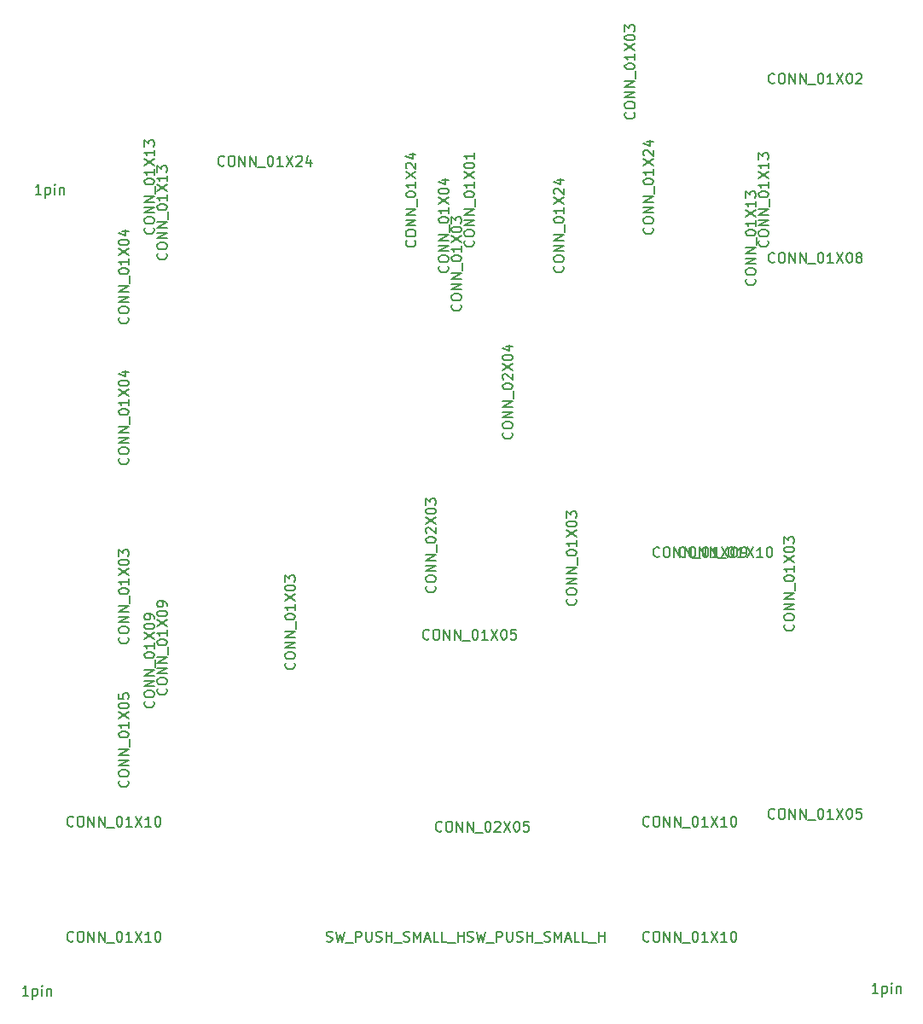
<source format=gbr>
G04 #@! TF.FileFunction,Other,Fab,Top*
%FSLAX46Y46*%
G04 Gerber Fmt 4.6, Leading zero omitted, Abs format (unit mm)*
G04 Created by KiCad (PCBNEW 4.0.4-stable) date 12/11/16 07:23:16*
%MOMM*%
%LPD*%
G01*
G04 APERTURE LIST*
%ADD10C,0.100000*%
%ADD11C,0.150000*%
G04 APERTURE END LIST*
D10*
D11*
X112800666Y-124356762D02*
X112943523Y-124404381D01*
X113181619Y-124404381D01*
X113276857Y-124356762D01*
X113324476Y-124309143D01*
X113372095Y-124213905D01*
X113372095Y-124118667D01*
X113324476Y-124023429D01*
X113276857Y-123975810D01*
X113181619Y-123928190D01*
X112991142Y-123880571D01*
X112895904Y-123832952D01*
X112848285Y-123785333D01*
X112800666Y-123690095D01*
X112800666Y-123594857D01*
X112848285Y-123499619D01*
X112895904Y-123452000D01*
X112991142Y-123404381D01*
X113229238Y-123404381D01*
X113372095Y-123452000D01*
X113705428Y-123404381D02*
X113943523Y-124404381D01*
X114134000Y-123690095D01*
X114324476Y-124404381D01*
X114562571Y-123404381D01*
X114705428Y-124499619D02*
X115467333Y-124499619D01*
X115705428Y-124404381D02*
X115705428Y-123404381D01*
X116086381Y-123404381D01*
X116181619Y-123452000D01*
X116229238Y-123499619D01*
X116276857Y-123594857D01*
X116276857Y-123737714D01*
X116229238Y-123832952D01*
X116181619Y-123880571D01*
X116086381Y-123928190D01*
X115705428Y-123928190D01*
X116705428Y-123404381D02*
X116705428Y-124213905D01*
X116753047Y-124309143D01*
X116800666Y-124356762D01*
X116895904Y-124404381D01*
X117086381Y-124404381D01*
X117181619Y-124356762D01*
X117229238Y-124309143D01*
X117276857Y-124213905D01*
X117276857Y-123404381D01*
X117705428Y-124356762D02*
X117848285Y-124404381D01*
X118086381Y-124404381D01*
X118181619Y-124356762D01*
X118229238Y-124309143D01*
X118276857Y-124213905D01*
X118276857Y-124118667D01*
X118229238Y-124023429D01*
X118181619Y-123975810D01*
X118086381Y-123928190D01*
X117895904Y-123880571D01*
X117800666Y-123832952D01*
X117753047Y-123785333D01*
X117705428Y-123690095D01*
X117705428Y-123594857D01*
X117753047Y-123499619D01*
X117800666Y-123452000D01*
X117895904Y-123404381D01*
X118134000Y-123404381D01*
X118276857Y-123452000D01*
X118705428Y-124404381D02*
X118705428Y-123404381D01*
X118705428Y-123880571D02*
X119276857Y-123880571D01*
X119276857Y-124404381D02*
X119276857Y-123404381D01*
X119514952Y-124499619D02*
X120276857Y-124499619D01*
X120467333Y-124356762D02*
X120610190Y-124404381D01*
X120848286Y-124404381D01*
X120943524Y-124356762D01*
X120991143Y-124309143D01*
X121038762Y-124213905D01*
X121038762Y-124118667D01*
X120991143Y-124023429D01*
X120943524Y-123975810D01*
X120848286Y-123928190D01*
X120657809Y-123880571D01*
X120562571Y-123832952D01*
X120514952Y-123785333D01*
X120467333Y-123690095D01*
X120467333Y-123594857D01*
X120514952Y-123499619D01*
X120562571Y-123452000D01*
X120657809Y-123404381D01*
X120895905Y-123404381D01*
X121038762Y-123452000D01*
X121467333Y-124404381D02*
X121467333Y-123404381D01*
X121800667Y-124118667D01*
X122134000Y-123404381D01*
X122134000Y-124404381D01*
X122562571Y-124118667D02*
X123038762Y-124118667D01*
X122467333Y-124404381D02*
X122800666Y-123404381D01*
X123134000Y-124404381D01*
X123943524Y-124404381D02*
X123467333Y-124404381D01*
X123467333Y-123404381D01*
X124753048Y-124404381D02*
X124276857Y-124404381D01*
X124276857Y-123404381D01*
X124848286Y-124499619D02*
X125610191Y-124499619D01*
X125848286Y-124404381D02*
X125848286Y-123404381D01*
X125848286Y-123880571D02*
X126419715Y-123880571D01*
X126419715Y-124404381D02*
X126419715Y-123404381D01*
X130850191Y-124309143D02*
X130802572Y-124356762D01*
X130659715Y-124404381D01*
X130564477Y-124404381D01*
X130421619Y-124356762D01*
X130326381Y-124261524D01*
X130278762Y-124166286D01*
X130231143Y-123975810D01*
X130231143Y-123832952D01*
X130278762Y-123642476D01*
X130326381Y-123547238D01*
X130421619Y-123452000D01*
X130564477Y-123404381D01*
X130659715Y-123404381D01*
X130802572Y-123452000D01*
X130850191Y-123499619D01*
X131469238Y-123404381D02*
X131659715Y-123404381D01*
X131754953Y-123452000D01*
X131850191Y-123547238D01*
X131897810Y-123737714D01*
X131897810Y-124071048D01*
X131850191Y-124261524D01*
X131754953Y-124356762D01*
X131659715Y-124404381D01*
X131469238Y-124404381D01*
X131374000Y-124356762D01*
X131278762Y-124261524D01*
X131231143Y-124071048D01*
X131231143Y-123737714D01*
X131278762Y-123547238D01*
X131374000Y-123452000D01*
X131469238Y-123404381D01*
X132326381Y-124404381D02*
X132326381Y-123404381D01*
X132897810Y-124404381D01*
X132897810Y-123404381D01*
X133374000Y-124404381D02*
X133374000Y-123404381D01*
X133945429Y-124404381D01*
X133945429Y-123404381D01*
X134183524Y-124499619D02*
X134945429Y-124499619D01*
X135374000Y-123404381D02*
X135469239Y-123404381D01*
X135564477Y-123452000D01*
X135612096Y-123499619D01*
X135659715Y-123594857D01*
X135707334Y-123785333D01*
X135707334Y-124023429D01*
X135659715Y-124213905D01*
X135612096Y-124309143D01*
X135564477Y-124356762D01*
X135469239Y-124404381D01*
X135374000Y-124404381D01*
X135278762Y-124356762D01*
X135231143Y-124309143D01*
X135183524Y-124213905D01*
X135135905Y-124023429D01*
X135135905Y-123785333D01*
X135183524Y-123594857D01*
X135231143Y-123499619D01*
X135278762Y-123452000D01*
X135374000Y-123404381D01*
X136659715Y-124404381D02*
X136088286Y-124404381D01*
X136374000Y-124404381D02*
X136374000Y-123404381D01*
X136278762Y-123547238D01*
X136183524Y-123642476D01*
X136088286Y-123690095D01*
X136993048Y-123404381D02*
X137659715Y-124404381D01*
X137659715Y-123404381D02*
X136993048Y-124404381D01*
X138564477Y-124404381D02*
X137993048Y-124404381D01*
X138278762Y-124404381D02*
X138278762Y-123404381D01*
X138183524Y-123547238D01*
X138088286Y-123642476D01*
X137993048Y-123690095D01*
X139183524Y-123404381D02*
X139278763Y-123404381D01*
X139374001Y-123452000D01*
X139421620Y-123499619D01*
X139469239Y-123594857D01*
X139516858Y-123785333D01*
X139516858Y-124023429D01*
X139469239Y-124213905D01*
X139421620Y-124309143D01*
X139374001Y-124356762D01*
X139278763Y-124404381D01*
X139183524Y-124404381D01*
X139088286Y-124356762D01*
X139040667Y-124309143D01*
X138993048Y-124213905D01*
X138945429Y-124023429D01*
X138945429Y-123785333D01*
X138993048Y-123594857D01*
X139040667Y-123499619D01*
X139088286Y-123452000D01*
X139183524Y-123404381D01*
X73700191Y-124309143D02*
X73652572Y-124356762D01*
X73509715Y-124404381D01*
X73414477Y-124404381D01*
X73271619Y-124356762D01*
X73176381Y-124261524D01*
X73128762Y-124166286D01*
X73081143Y-123975810D01*
X73081143Y-123832952D01*
X73128762Y-123642476D01*
X73176381Y-123547238D01*
X73271619Y-123452000D01*
X73414477Y-123404381D01*
X73509715Y-123404381D01*
X73652572Y-123452000D01*
X73700191Y-123499619D01*
X74319238Y-123404381D02*
X74509715Y-123404381D01*
X74604953Y-123452000D01*
X74700191Y-123547238D01*
X74747810Y-123737714D01*
X74747810Y-124071048D01*
X74700191Y-124261524D01*
X74604953Y-124356762D01*
X74509715Y-124404381D01*
X74319238Y-124404381D01*
X74224000Y-124356762D01*
X74128762Y-124261524D01*
X74081143Y-124071048D01*
X74081143Y-123737714D01*
X74128762Y-123547238D01*
X74224000Y-123452000D01*
X74319238Y-123404381D01*
X75176381Y-124404381D02*
X75176381Y-123404381D01*
X75747810Y-124404381D01*
X75747810Y-123404381D01*
X76224000Y-124404381D02*
X76224000Y-123404381D01*
X76795429Y-124404381D01*
X76795429Y-123404381D01*
X77033524Y-124499619D02*
X77795429Y-124499619D01*
X78224000Y-123404381D02*
X78319239Y-123404381D01*
X78414477Y-123452000D01*
X78462096Y-123499619D01*
X78509715Y-123594857D01*
X78557334Y-123785333D01*
X78557334Y-124023429D01*
X78509715Y-124213905D01*
X78462096Y-124309143D01*
X78414477Y-124356762D01*
X78319239Y-124404381D01*
X78224000Y-124404381D01*
X78128762Y-124356762D01*
X78081143Y-124309143D01*
X78033524Y-124213905D01*
X77985905Y-124023429D01*
X77985905Y-123785333D01*
X78033524Y-123594857D01*
X78081143Y-123499619D01*
X78128762Y-123452000D01*
X78224000Y-123404381D01*
X79509715Y-124404381D02*
X78938286Y-124404381D01*
X79224000Y-124404381D02*
X79224000Y-123404381D01*
X79128762Y-123547238D01*
X79033524Y-123642476D01*
X78938286Y-123690095D01*
X79843048Y-123404381D02*
X80509715Y-124404381D01*
X80509715Y-123404381D02*
X79843048Y-124404381D01*
X81414477Y-124404381D02*
X80843048Y-124404381D01*
X81128762Y-124404381D02*
X81128762Y-123404381D01*
X81033524Y-123547238D01*
X80938286Y-123642476D01*
X80843048Y-123690095D01*
X82033524Y-123404381D02*
X82128763Y-123404381D01*
X82224001Y-123452000D01*
X82271620Y-123499619D01*
X82319239Y-123594857D01*
X82366858Y-123785333D01*
X82366858Y-124023429D01*
X82319239Y-124213905D01*
X82271620Y-124309143D01*
X82224001Y-124356762D01*
X82128763Y-124404381D01*
X82033524Y-124404381D01*
X81938286Y-124356762D01*
X81890667Y-124309143D01*
X81843048Y-124213905D01*
X81795429Y-124023429D01*
X81795429Y-123785333D01*
X81843048Y-123594857D01*
X81890667Y-123499619D01*
X81938286Y-123452000D01*
X82033524Y-123404381D01*
X73700191Y-112879143D02*
X73652572Y-112926762D01*
X73509715Y-112974381D01*
X73414477Y-112974381D01*
X73271619Y-112926762D01*
X73176381Y-112831524D01*
X73128762Y-112736286D01*
X73081143Y-112545810D01*
X73081143Y-112402952D01*
X73128762Y-112212476D01*
X73176381Y-112117238D01*
X73271619Y-112022000D01*
X73414477Y-111974381D01*
X73509715Y-111974381D01*
X73652572Y-112022000D01*
X73700191Y-112069619D01*
X74319238Y-111974381D02*
X74509715Y-111974381D01*
X74604953Y-112022000D01*
X74700191Y-112117238D01*
X74747810Y-112307714D01*
X74747810Y-112641048D01*
X74700191Y-112831524D01*
X74604953Y-112926762D01*
X74509715Y-112974381D01*
X74319238Y-112974381D01*
X74224000Y-112926762D01*
X74128762Y-112831524D01*
X74081143Y-112641048D01*
X74081143Y-112307714D01*
X74128762Y-112117238D01*
X74224000Y-112022000D01*
X74319238Y-111974381D01*
X75176381Y-112974381D02*
X75176381Y-111974381D01*
X75747810Y-112974381D01*
X75747810Y-111974381D01*
X76224000Y-112974381D02*
X76224000Y-111974381D01*
X76795429Y-112974381D01*
X76795429Y-111974381D01*
X77033524Y-113069619D02*
X77795429Y-113069619D01*
X78224000Y-111974381D02*
X78319239Y-111974381D01*
X78414477Y-112022000D01*
X78462096Y-112069619D01*
X78509715Y-112164857D01*
X78557334Y-112355333D01*
X78557334Y-112593429D01*
X78509715Y-112783905D01*
X78462096Y-112879143D01*
X78414477Y-112926762D01*
X78319239Y-112974381D01*
X78224000Y-112974381D01*
X78128762Y-112926762D01*
X78081143Y-112879143D01*
X78033524Y-112783905D01*
X77985905Y-112593429D01*
X77985905Y-112355333D01*
X78033524Y-112164857D01*
X78081143Y-112069619D01*
X78128762Y-112022000D01*
X78224000Y-111974381D01*
X79509715Y-112974381D02*
X78938286Y-112974381D01*
X79224000Y-112974381D02*
X79224000Y-111974381D01*
X79128762Y-112117238D01*
X79033524Y-112212476D01*
X78938286Y-112260095D01*
X79843048Y-111974381D02*
X80509715Y-112974381D01*
X80509715Y-111974381D02*
X79843048Y-112974381D01*
X81414477Y-112974381D02*
X80843048Y-112974381D01*
X81128762Y-112974381D02*
X81128762Y-111974381D01*
X81033524Y-112117238D01*
X80938286Y-112212476D01*
X80843048Y-112260095D01*
X82033524Y-111974381D02*
X82128763Y-111974381D01*
X82224001Y-112022000D01*
X82271620Y-112069619D01*
X82319239Y-112164857D01*
X82366858Y-112355333D01*
X82366858Y-112593429D01*
X82319239Y-112783905D01*
X82271620Y-112879143D01*
X82224001Y-112926762D01*
X82128763Y-112974381D01*
X82033524Y-112974381D01*
X81938286Y-112926762D01*
X81890667Y-112879143D01*
X81843048Y-112783905D01*
X81795429Y-112593429D01*
X81795429Y-112355333D01*
X81843048Y-112164857D01*
X81890667Y-112069619D01*
X81938286Y-112022000D01*
X82033524Y-111974381D01*
X81637143Y-53553809D02*
X81684762Y-53601428D01*
X81732381Y-53744285D01*
X81732381Y-53839523D01*
X81684762Y-53982381D01*
X81589524Y-54077619D01*
X81494286Y-54125238D01*
X81303810Y-54172857D01*
X81160952Y-54172857D01*
X80970476Y-54125238D01*
X80875238Y-54077619D01*
X80780000Y-53982381D01*
X80732381Y-53839523D01*
X80732381Y-53744285D01*
X80780000Y-53601428D01*
X80827619Y-53553809D01*
X80732381Y-52934762D02*
X80732381Y-52744285D01*
X80780000Y-52649047D01*
X80875238Y-52553809D01*
X81065714Y-52506190D01*
X81399048Y-52506190D01*
X81589524Y-52553809D01*
X81684762Y-52649047D01*
X81732381Y-52744285D01*
X81732381Y-52934762D01*
X81684762Y-53030000D01*
X81589524Y-53125238D01*
X81399048Y-53172857D01*
X81065714Y-53172857D01*
X80875238Y-53125238D01*
X80780000Y-53030000D01*
X80732381Y-52934762D01*
X81732381Y-52077619D02*
X80732381Y-52077619D01*
X81732381Y-51506190D01*
X80732381Y-51506190D01*
X81732381Y-51030000D02*
X80732381Y-51030000D01*
X81732381Y-50458571D01*
X80732381Y-50458571D01*
X81827619Y-50220476D02*
X81827619Y-49458571D01*
X80732381Y-49030000D02*
X80732381Y-48934761D01*
X80780000Y-48839523D01*
X80827619Y-48791904D01*
X80922857Y-48744285D01*
X81113333Y-48696666D01*
X81351429Y-48696666D01*
X81541905Y-48744285D01*
X81637143Y-48791904D01*
X81684762Y-48839523D01*
X81732381Y-48934761D01*
X81732381Y-49030000D01*
X81684762Y-49125238D01*
X81637143Y-49172857D01*
X81541905Y-49220476D01*
X81351429Y-49268095D01*
X81113333Y-49268095D01*
X80922857Y-49220476D01*
X80827619Y-49172857D01*
X80780000Y-49125238D01*
X80732381Y-49030000D01*
X81732381Y-47744285D02*
X81732381Y-48315714D01*
X81732381Y-48030000D02*
X80732381Y-48030000D01*
X80875238Y-48125238D01*
X80970476Y-48220476D01*
X81018095Y-48315714D01*
X80732381Y-47410952D02*
X81732381Y-46744285D01*
X80732381Y-46744285D02*
X81732381Y-47410952D01*
X81732381Y-45839523D02*
X81732381Y-46410952D01*
X81732381Y-46125238D02*
X80732381Y-46125238D01*
X80875238Y-46220476D01*
X80970476Y-46315714D01*
X81018095Y-46410952D01*
X80732381Y-45506190D02*
X80732381Y-44887142D01*
X81113333Y-45220476D01*
X81113333Y-45077618D01*
X81160952Y-44982380D01*
X81208571Y-44934761D01*
X81303810Y-44887142D01*
X81541905Y-44887142D01*
X81637143Y-44934761D01*
X81684762Y-44982380D01*
X81732381Y-45077618D01*
X81732381Y-45363333D01*
X81684762Y-45458571D01*
X81637143Y-45506190D01*
X82907143Y-99273809D02*
X82954762Y-99321428D01*
X83002381Y-99464285D01*
X83002381Y-99559523D01*
X82954762Y-99702381D01*
X82859524Y-99797619D01*
X82764286Y-99845238D01*
X82573810Y-99892857D01*
X82430952Y-99892857D01*
X82240476Y-99845238D01*
X82145238Y-99797619D01*
X82050000Y-99702381D01*
X82002381Y-99559523D01*
X82002381Y-99464285D01*
X82050000Y-99321428D01*
X82097619Y-99273809D01*
X82002381Y-98654762D02*
X82002381Y-98464285D01*
X82050000Y-98369047D01*
X82145238Y-98273809D01*
X82335714Y-98226190D01*
X82669048Y-98226190D01*
X82859524Y-98273809D01*
X82954762Y-98369047D01*
X83002381Y-98464285D01*
X83002381Y-98654762D01*
X82954762Y-98750000D01*
X82859524Y-98845238D01*
X82669048Y-98892857D01*
X82335714Y-98892857D01*
X82145238Y-98845238D01*
X82050000Y-98750000D01*
X82002381Y-98654762D01*
X83002381Y-97797619D02*
X82002381Y-97797619D01*
X83002381Y-97226190D01*
X82002381Y-97226190D01*
X83002381Y-96750000D02*
X82002381Y-96750000D01*
X83002381Y-96178571D01*
X82002381Y-96178571D01*
X83097619Y-95940476D02*
X83097619Y-95178571D01*
X82002381Y-94750000D02*
X82002381Y-94654761D01*
X82050000Y-94559523D01*
X82097619Y-94511904D01*
X82192857Y-94464285D01*
X82383333Y-94416666D01*
X82621429Y-94416666D01*
X82811905Y-94464285D01*
X82907143Y-94511904D01*
X82954762Y-94559523D01*
X83002381Y-94654761D01*
X83002381Y-94750000D01*
X82954762Y-94845238D01*
X82907143Y-94892857D01*
X82811905Y-94940476D01*
X82621429Y-94988095D01*
X82383333Y-94988095D01*
X82192857Y-94940476D01*
X82097619Y-94892857D01*
X82050000Y-94845238D01*
X82002381Y-94750000D01*
X83002381Y-93464285D02*
X83002381Y-94035714D01*
X83002381Y-93750000D02*
X82002381Y-93750000D01*
X82145238Y-93845238D01*
X82240476Y-93940476D01*
X82288095Y-94035714D01*
X82002381Y-93130952D02*
X83002381Y-92464285D01*
X82002381Y-92464285D02*
X83002381Y-93130952D01*
X82002381Y-91892857D02*
X82002381Y-91797618D01*
X82050000Y-91702380D01*
X82097619Y-91654761D01*
X82192857Y-91607142D01*
X82383333Y-91559523D01*
X82621429Y-91559523D01*
X82811905Y-91607142D01*
X82907143Y-91654761D01*
X82954762Y-91702380D01*
X83002381Y-91797618D01*
X83002381Y-91892857D01*
X82954762Y-91988095D01*
X82907143Y-92035714D01*
X82811905Y-92083333D01*
X82621429Y-92130952D01*
X82383333Y-92130952D01*
X82192857Y-92083333D01*
X82097619Y-92035714D01*
X82050000Y-91988095D01*
X82002381Y-91892857D01*
X83002381Y-91083333D02*
X83002381Y-90892857D01*
X82954762Y-90797618D01*
X82907143Y-90749999D01*
X82764286Y-90654761D01*
X82573810Y-90607142D01*
X82192857Y-90607142D01*
X82097619Y-90654761D01*
X82050000Y-90702380D01*
X82002381Y-90797618D01*
X82002381Y-90988095D01*
X82050000Y-91083333D01*
X82097619Y-91130952D01*
X82192857Y-91178571D01*
X82430952Y-91178571D01*
X82526190Y-91130952D01*
X82573810Y-91083333D01*
X82621429Y-90988095D01*
X82621429Y-90797618D01*
X82573810Y-90702380D01*
X82526190Y-90654761D01*
X82430952Y-90607142D01*
X82907143Y-56093809D02*
X82954762Y-56141428D01*
X83002381Y-56284285D01*
X83002381Y-56379523D01*
X82954762Y-56522381D01*
X82859524Y-56617619D01*
X82764286Y-56665238D01*
X82573810Y-56712857D01*
X82430952Y-56712857D01*
X82240476Y-56665238D01*
X82145238Y-56617619D01*
X82050000Y-56522381D01*
X82002381Y-56379523D01*
X82002381Y-56284285D01*
X82050000Y-56141428D01*
X82097619Y-56093809D01*
X82002381Y-55474762D02*
X82002381Y-55284285D01*
X82050000Y-55189047D01*
X82145238Y-55093809D01*
X82335714Y-55046190D01*
X82669048Y-55046190D01*
X82859524Y-55093809D01*
X82954762Y-55189047D01*
X83002381Y-55284285D01*
X83002381Y-55474762D01*
X82954762Y-55570000D01*
X82859524Y-55665238D01*
X82669048Y-55712857D01*
X82335714Y-55712857D01*
X82145238Y-55665238D01*
X82050000Y-55570000D01*
X82002381Y-55474762D01*
X83002381Y-54617619D02*
X82002381Y-54617619D01*
X83002381Y-54046190D01*
X82002381Y-54046190D01*
X83002381Y-53570000D02*
X82002381Y-53570000D01*
X83002381Y-52998571D01*
X82002381Y-52998571D01*
X83097619Y-52760476D02*
X83097619Y-51998571D01*
X82002381Y-51570000D02*
X82002381Y-51474761D01*
X82050000Y-51379523D01*
X82097619Y-51331904D01*
X82192857Y-51284285D01*
X82383333Y-51236666D01*
X82621429Y-51236666D01*
X82811905Y-51284285D01*
X82907143Y-51331904D01*
X82954762Y-51379523D01*
X83002381Y-51474761D01*
X83002381Y-51570000D01*
X82954762Y-51665238D01*
X82907143Y-51712857D01*
X82811905Y-51760476D01*
X82621429Y-51808095D01*
X82383333Y-51808095D01*
X82192857Y-51760476D01*
X82097619Y-51712857D01*
X82050000Y-51665238D01*
X82002381Y-51570000D01*
X83002381Y-50284285D02*
X83002381Y-50855714D01*
X83002381Y-50570000D02*
X82002381Y-50570000D01*
X82145238Y-50665238D01*
X82240476Y-50760476D01*
X82288095Y-50855714D01*
X82002381Y-49950952D02*
X83002381Y-49284285D01*
X82002381Y-49284285D02*
X83002381Y-49950952D01*
X83002381Y-48379523D02*
X83002381Y-48950952D01*
X83002381Y-48665238D02*
X82002381Y-48665238D01*
X82145238Y-48760476D01*
X82240476Y-48855714D01*
X82288095Y-48950952D01*
X82002381Y-48046190D02*
X82002381Y-47427142D01*
X82383333Y-47760476D01*
X82383333Y-47617618D01*
X82430952Y-47522380D01*
X82478571Y-47474761D01*
X82573810Y-47427142D01*
X82811905Y-47427142D01*
X82907143Y-47474761D01*
X82954762Y-47522380D01*
X83002381Y-47617618D01*
X83002381Y-47903333D01*
X82954762Y-47998571D01*
X82907143Y-48046190D01*
X81637143Y-100543809D02*
X81684762Y-100591428D01*
X81732381Y-100734285D01*
X81732381Y-100829523D01*
X81684762Y-100972381D01*
X81589524Y-101067619D01*
X81494286Y-101115238D01*
X81303810Y-101162857D01*
X81160952Y-101162857D01*
X80970476Y-101115238D01*
X80875238Y-101067619D01*
X80780000Y-100972381D01*
X80732381Y-100829523D01*
X80732381Y-100734285D01*
X80780000Y-100591428D01*
X80827619Y-100543809D01*
X80732381Y-99924762D02*
X80732381Y-99734285D01*
X80780000Y-99639047D01*
X80875238Y-99543809D01*
X81065714Y-99496190D01*
X81399048Y-99496190D01*
X81589524Y-99543809D01*
X81684762Y-99639047D01*
X81732381Y-99734285D01*
X81732381Y-99924762D01*
X81684762Y-100020000D01*
X81589524Y-100115238D01*
X81399048Y-100162857D01*
X81065714Y-100162857D01*
X80875238Y-100115238D01*
X80780000Y-100020000D01*
X80732381Y-99924762D01*
X81732381Y-99067619D02*
X80732381Y-99067619D01*
X81732381Y-98496190D01*
X80732381Y-98496190D01*
X81732381Y-98020000D02*
X80732381Y-98020000D01*
X81732381Y-97448571D01*
X80732381Y-97448571D01*
X81827619Y-97210476D02*
X81827619Y-96448571D01*
X80732381Y-96020000D02*
X80732381Y-95924761D01*
X80780000Y-95829523D01*
X80827619Y-95781904D01*
X80922857Y-95734285D01*
X81113333Y-95686666D01*
X81351429Y-95686666D01*
X81541905Y-95734285D01*
X81637143Y-95781904D01*
X81684762Y-95829523D01*
X81732381Y-95924761D01*
X81732381Y-96020000D01*
X81684762Y-96115238D01*
X81637143Y-96162857D01*
X81541905Y-96210476D01*
X81351429Y-96258095D01*
X81113333Y-96258095D01*
X80922857Y-96210476D01*
X80827619Y-96162857D01*
X80780000Y-96115238D01*
X80732381Y-96020000D01*
X81732381Y-94734285D02*
X81732381Y-95305714D01*
X81732381Y-95020000D02*
X80732381Y-95020000D01*
X80875238Y-95115238D01*
X80970476Y-95210476D01*
X81018095Y-95305714D01*
X80732381Y-94400952D02*
X81732381Y-93734285D01*
X80732381Y-93734285D02*
X81732381Y-94400952D01*
X80732381Y-93162857D02*
X80732381Y-93067618D01*
X80780000Y-92972380D01*
X80827619Y-92924761D01*
X80922857Y-92877142D01*
X81113333Y-92829523D01*
X81351429Y-92829523D01*
X81541905Y-92877142D01*
X81637143Y-92924761D01*
X81684762Y-92972380D01*
X81732381Y-93067618D01*
X81732381Y-93162857D01*
X81684762Y-93258095D01*
X81637143Y-93305714D01*
X81541905Y-93353333D01*
X81351429Y-93400952D01*
X81113333Y-93400952D01*
X80922857Y-93353333D01*
X80827619Y-93305714D01*
X80780000Y-93258095D01*
X80732381Y-93162857D01*
X81732381Y-92353333D02*
X81732381Y-92162857D01*
X81684762Y-92067618D01*
X81637143Y-92019999D01*
X81494286Y-91924761D01*
X81303810Y-91877142D01*
X80922857Y-91877142D01*
X80827619Y-91924761D01*
X80780000Y-91972380D01*
X80732381Y-92067618D01*
X80732381Y-92258095D01*
X80780000Y-92353333D01*
X80827619Y-92400952D01*
X80922857Y-92448571D01*
X81160952Y-92448571D01*
X81256190Y-92400952D01*
X81303810Y-92353333D01*
X81351429Y-92258095D01*
X81351429Y-92067618D01*
X81303810Y-91972380D01*
X81256190Y-91924761D01*
X81160952Y-91877142D01*
X95607143Y-96733809D02*
X95654762Y-96781428D01*
X95702381Y-96924285D01*
X95702381Y-97019523D01*
X95654762Y-97162381D01*
X95559524Y-97257619D01*
X95464286Y-97305238D01*
X95273810Y-97352857D01*
X95130952Y-97352857D01*
X94940476Y-97305238D01*
X94845238Y-97257619D01*
X94750000Y-97162381D01*
X94702381Y-97019523D01*
X94702381Y-96924285D01*
X94750000Y-96781428D01*
X94797619Y-96733809D01*
X94702381Y-96114762D02*
X94702381Y-95924285D01*
X94750000Y-95829047D01*
X94845238Y-95733809D01*
X95035714Y-95686190D01*
X95369048Y-95686190D01*
X95559524Y-95733809D01*
X95654762Y-95829047D01*
X95702381Y-95924285D01*
X95702381Y-96114762D01*
X95654762Y-96210000D01*
X95559524Y-96305238D01*
X95369048Y-96352857D01*
X95035714Y-96352857D01*
X94845238Y-96305238D01*
X94750000Y-96210000D01*
X94702381Y-96114762D01*
X95702381Y-95257619D02*
X94702381Y-95257619D01*
X95702381Y-94686190D01*
X94702381Y-94686190D01*
X95702381Y-94210000D02*
X94702381Y-94210000D01*
X95702381Y-93638571D01*
X94702381Y-93638571D01*
X95797619Y-93400476D02*
X95797619Y-92638571D01*
X94702381Y-92210000D02*
X94702381Y-92114761D01*
X94750000Y-92019523D01*
X94797619Y-91971904D01*
X94892857Y-91924285D01*
X95083333Y-91876666D01*
X95321429Y-91876666D01*
X95511905Y-91924285D01*
X95607143Y-91971904D01*
X95654762Y-92019523D01*
X95702381Y-92114761D01*
X95702381Y-92210000D01*
X95654762Y-92305238D01*
X95607143Y-92352857D01*
X95511905Y-92400476D01*
X95321429Y-92448095D01*
X95083333Y-92448095D01*
X94892857Y-92400476D01*
X94797619Y-92352857D01*
X94750000Y-92305238D01*
X94702381Y-92210000D01*
X95702381Y-90924285D02*
X95702381Y-91495714D01*
X95702381Y-91210000D02*
X94702381Y-91210000D01*
X94845238Y-91305238D01*
X94940476Y-91400476D01*
X94988095Y-91495714D01*
X94702381Y-90590952D02*
X95702381Y-89924285D01*
X94702381Y-89924285D02*
X95702381Y-90590952D01*
X94702381Y-89352857D02*
X94702381Y-89257618D01*
X94750000Y-89162380D01*
X94797619Y-89114761D01*
X94892857Y-89067142D01*
X95083333Y-89019523D01*
X95321429Y-89019523D01*
X95511905Y-89067142D01*
X95607143Y-89114761D01*
X95654762Y-89162380D01*
X95702381Y-89257618D01*
X95702381Y-89352857D01*
X95654762Y-89448095D01*
X95607143Y-89495714D01*
X95511905Y-89543333D01*
X95321429Y-89590952D01*
X95083333Y-89590952D01*
X94892857Y-89543333D01*
X94797619Y-89495714D01*
X94750000Y-89448095D01*
X94702381Y-89352857D01*
X94702381Y-88686190D02*
X94702381Y-88067142D01*
X95083333Y-88400476D01*
X95083333Y-88257618D01*
X95130952Y-88162380D01*
X95178571Y-88114761D01*
X95273810Y-88067142D01*
X95511905Y-88067142D01*
X95607143Y-88114761D01*
X95654762Y-88162380D01*
X95702381Y-88257618D01*
X95702381Y-88543333D01*
X95654762Y-88638571D01*
X95607143Y-88686190D01*
X123547143Y-90383809D02*
X123594762Y-90431428D01*
X123642381Y-90574285D01*
X123642381Y-90669523D01*
X123594762Y-90812381D01*
X123499524Y-90907619D01*
X123404286Y-90955238D01*
X123213810Y-91002857D01*
X123070952Y-91002857D01*
X122880476Y-90955238D01*
X122785238Y-90907619D01*
X122690000Y-90812381D01*
X122642381Y-90669523D01*
X122642381Y-90574285D01*
X122690000Y-90431428D01*
X122737619Y-90383809D01*
X122642381Y-89764762D02*
X122642381Y-89574285D01*
X122690000Y-89479047D01*
X122785238Y-89383809D01*
X122975714Y-89336190D01*
X123309048Y-89336190D01*
X123499524Y-89383809D01*
X123594762Y-89479047D01*
X123642381Y-89574285D01*
X123642381Y-89764762D01*
X123594762Y-89860000D01*
X123499524Y-89955238D01*
X123309048Y-90002857D01*
X122975714Y-90002857D01*
X122785238Y-89955238D01*
X122690000Y-89860000D01*
X122642381Y-89764762D01*
X123642381Y-88907619D02*
X122642381Y-88907619D01*
X123642381Y-88336190D01*
X122642381Y-88336190D01*
X123642381Y-87860000D02*
X122642381Y-87860000D01*
X123642381Y-87288571D01*
X122642381Y-87288571D01*
X123737619Y-87050476D02*
X123737619Y-86288571D01*
X122642381Y-85860000D02*
X122642381Y-85764761D01*
X122690000Y-85669523D01*
X122737619Y-85621904D01*
X122832857Y-85574285D01*
X123023333Y-85526666D01*
X123261429Y-85526666D01*
X123451905Y-85574285D01*
X123547143Y-85621904D01*
X123594762Y-85669523D01*
X123642381Y-85764761D01*
X123642381Y-85860000D01*
X123594762Y-85955238D01*
X123547143Y-86002857D01*
X123451905Y-86050476D01*
X123261429Y-86098095D01*
X123023333Y-86098095D01*
X122832857Y-86050476D01*
X122737619Y-86002857D01*
X122690000Y-85955238D01*
X122642381Y-85860000D01*
X123642381Y-84574285D02*
X123642381Y-85145714D01*
X123642381Y-84860000D02*
X122642381Y-84860000D01*
X122785238Y-84955238D01*
X122880476Y-85050476D01*
X122928095Y-85145714D01*
X122642381Y-84240952D02*
X123642381Y-83574285D01*
X122642381Y-83574285D02*
X123642381Y-84240952D01*
X122642381Y-83002857D02*
X122642381Y-82907618D01*
X122690000Y-82812380D01*
X122737619Y-82764761D01*
X122832857Y-82717142D01*
X123023333Y-82669523D01*
X123261429Y-82669523D01*
X123451905Y-82717142D01*
X123547143Y-82764761D01*
X123594762Y-82812380D01*
X123642381Y-82907618D01*
X123642381Y-83002857D01*
X123594762Y-83098095D01*
X123547143Y-83145714D01*
X123451905Y-83193333D01*
X123261429Y-83240952D01*
X123023333Y-83240952D01*
X122832857Y-83193333D01*
X122737619Y-83145714D01*
X122690000Y-83098095D01*
X122642381Y-83002857D01*
X122642381Y-82336190D02*
X122642381Y-81717142D01*
X123023333Y-82050476D01*
X123023333Y-81907618D01*
X123070952Y-81812380D01*
X123118571Y-81764761D01*
X123213810Y-81717142D01*
X123451905Y-81717142D01*
X123547143Y-81764761D01*
X123594762Y-81812380D01*
X123642381Y-81907618D01*
X123642381Y-82193333D01*
X123594762Y-82288571D01*
X123547143Y-82336190D01*
X129337143Y-42123809D02*
X129384762Y-42171428D01*
X129432381Y-42314285D01*
X129432381Y-42409523D01*
X129384762Y-42552381D01*
X129289524Y-42647619D01*
X129194286Y-42695238D01*
X129003810Y-42742857D01*
X128860952Y-42742857D01*
X128670476Y-42695238D01*
X128575238Y-42647619D01*
X128480000Y-42552381D01*
X128432381Y-42409523D01*
X128432381Y-42314285D01*
X128480000Y-42171428D01*
X128527619Y-42123809D01*
X128432381Y-41504762D02*
X128432381Y-41314285D01*
X128480000Y-41219047D01*
X128575238Y-41123809D01*
X128765714Y-41076190D01*
X129099048Y-41076190D01*
X129289524Y-41123809D01*
X129384762Y-41219047D01*
X129432381Y-41314285D01*
X129432381Y-41504762D01*
X129384762Y-41600000D01*
X129289524Y-41695238D01*
X129099048Y-41742857D01*
X128765714Y-41742857D01*
X128575238Y-41695238D01*
X128480000Y-41600000D01*
X128432381Y-41504762D01*
X129432381Y-40647619D02*
X128432381Y-40647619D01*
X129432381Y-40076190D01*
X128432381Y-40076190D01*
X129432381Y-39600000D02*
X128432381Y-39600000D01*
X129432381Y-39028571D01*
X128432381Y-39028571D01*
X129527619Y-38790476D02*
X129527619Y-38028571D01*
X128432381Y-37600000D02*
X128432381Y-37504761D01*
X128480000Y-37409523D01*
X128527619Y-37361904D01*
X128622857Y-37314285D01*
X128813333Y-37266666D01*
X129051429Y-37266666D01*
X129241905Y-37314285D01*
X129337143Y-37361904D01*
X129384762Y-37409523D01*
X129432381Y-37504761D01*
X129432381Y-37600000D01*
X129384762Y-37695238D01*
X129337143Y-37742857D01*
X129241905Y-37790476D01*
X129051429Y-37838095D01*
X128813333Y-37838095D01*
X128622857Y-37790476D01*
X128527619Y-37742857D01*
X128480000Y-37695238D01*
X128432381Y-37600000D01*
X129432381Y-36314285D02*
X129432381Y-36885714D01*
X129432381Y-36600000D02*
X128432381Y-36600000D01*
X128575238Y-36695238D01*
X128670476Y-36790476D01*
X128718095Y-36885714D01*
X128432381Y-35980952D02*
X129432381Y-35314285D01*
X128432381Y-35314285D02*
X129432381Y-35980952D01*
X128432381Y-34742857D02*
X128432381Y-34647618D01*
X128480000Y-34552380D01*
X128527619Y-34504761D01*
X128622857Y-34457142D01*
X128813333Y-34409523D01*
X129051429Y-34409523D01*
X129241905Y-34457142D01*
X129337143Y-34504761D01*
X129384762Y-34552380D01*
X129432381Y-34647618D01*
X129432381Y-34742857D01*
X129384762Y-34838095D01*
X129337143Y-34885714D01*
X129241905Y-34933333D01*
X129051429Y-34980952D01*
X128813333Y-34980952D01*
X128622857Y-34933333D01*
X128527619Y-34885714D01*
X128480000Y-34838095D01*
X128432381Y-34742857D01*
X128432381Y-34076190D02*
X128432381Y-33457142D01*
X128813333Y-33790476D01*
X128813333Y-33647618D01*
X128860952Y-33552380D01*
X128908571Y-33504761D01*
X129003810Y-33457142D01*
X129241905Y-33457142D01*
X129337143Y-33504761D01*
X129384762Y-33552380D01*
X129432381Y-33647618D01*
X129432381Y-33933333D01*
X129384762Y-34028571D01*
X129337143Y-34076190D01*
X88686191Y-47347143D02*
X88638572Y-47394762D01*
X88495715Y-47442381D01*
X88400477Y-47442381D01*
X88257619Y-47394762D01*
X88162381Y-47299524D01*
X88114762Y-47204286D01*
X88067143Y-47013810D01*
X88067143Y-46870952D01*
X88114762Y-46680476D01*
X88162381Y-46585238D01*
X88257619Y-46490000D01*
X88400477Y-46442381D01*
X88495715Y-46442381D01*
X88638572Y-46490000D01*
X88686191Y-46537619D01*
X89305238Y-46442381D02*
X89495715Y-46442381D01*
X89590953Y-46490000D01*
X89686191Y-46585238D01*
X89733810Y-46775714D01*
X89733810Y-47109048D01*
X89686191Y-47299524D01*
X89590953Y-47394762D01*
X89495715Y-47442381D01*
X89305238Y-47442381D01*
X89210000Y-47394762D01*
X89114762Y-47299524D01*
X89067143Y-47109048D01*
X89067143Y-46775714D01*
X89114762Y-46585238D01*
X89210000Y-46490000D01*
X89305238Y-46442381D01*
X90162381Y-47442381D02*
X90162381Y-46442381D01*
X90733810Y-47442381D01*
X90733810Y-46442381D01*
X91210000Y-47442381D02*
X91210000Y-46442381D01*
X91781429Y-47442381D01*
X91781429Y-46442381D01*
X92019524Y-47537619D02*
X92781429Y-47537619D01*
X93210000Y-46442381D02*
X93305239Y-46442381D01*
X93400477Y-46490000D01*
X93448096Y-46537619D01*
X93495715Y-46632857D01*
X93543334Y-46823333D01*
X93543334Y-47061429D01*
X93495715Y-47251905D01*
X93448096Y-47347143D01*
X93400477Y-47394762D01*
X93305239Y-47442381D01*
X93210000Y-47442381D01*
X93114762Y-47394762D01*
X93067143Y-47347143D01*
X93019524Y-47251905D01*
X92971905Y-47061429D01*
X92971905Y-46823333D01*
X93019524Y-46632857D01*
X93067143Y-46537619D01*
X93114762Y-46490000D01*
X93210000Y-46442381D01*
X94495715Y-47442381D02*
X93924286Y-47442381D01*
X94210000Y-47442381D02*
X94210000Y-46442381D01*
X94114762Y-46585238D01*
X94019524Y-46680476D01*
X93924286Y-46728095D01*
X94829048Y-46442381D02*
X95495715Y-47442381D01*
X95495715Y-46442381D02*
X94829048Y-47442381D01*
X95829048Y-46537619D02*
X95876667Y-46490000D01*
X95971905Y-46442381D01*
X96210001Y-46442381D01*
X96305239Y-46490000D01*
X96352858Y-46537619D01*
X96400477Y-46632857D01*
X96400477Y-46728095D01*
X96352858Y-46870952D01*
X95781429Y-47442381D01*
X96400477Y-47442381D01*
X97257620Y-46775714D02*
X97257620Y-47442381D01*
X97019524Y-46394762D02*
X96781429Y-47109048D01*
X97400477Y-47109048D01*
X107597143Y-54823809D02*
X107644762Y-54871428D01*
X107692381Y-55014285D01*
X107692381Y-55109523D01*
X107644762Y-55252381D01*
X107549524Y-55347619D01*
X107454286Y-55395238D01*
X107263810Y-55442857D01*
X107120952Y-55442857D01*
X106930476Y-55395238D01*
X106835238Y-55347619D01*
X106740000Y-55252381D01*
X106692381Y-55109523D01*
X106692381Y-55014285D01*
X106740000Y-54871428D01*
X106787619Y-54823809D01*
X106692381Y-54204762D02*
X106692381Y-54014285D01*
X106740000Y-53919047D01*
X106835238Y-53823809D01*
X107025714Y-53776190D01*
X107359048Y-53776190D01*
X107549524Y-53823809D01*
X107644762Y-53919047D01*
X107692381Y-54014285D01*
X107692381Y-54204762D01*
X107644762Y-54300000D01*
X107549524Y-54395238D01*
X107359048Y-54442857D01*
X107025714Y-54442857D01*
X106835238Y-54395238D01*
X106740000Y-54300000D01*
X106692381Y-54204762D01*
X107692381Y-53347619D02*
X106692381Y-53347619D01*
X107692381Y-52776190D01*
X106692381Y-52776190D01*
X107692381Y-52300000D02*
X106692381Y-52300000D01*
X107692381Y-51728571D01*
X106692381Y-51728571D01*
X107787619Y-51490476D02*
X107787619Y-50728571D01*
X106692381Y-50300000D02*
X106692381Y-50204761D01*
X106740000Y-50109523D01*
X106787619Y-50061904D01*
X106882857Y-50014285D01*
X107073333Y-49966666D01*
X107311429Y-49966666D01*
X107501905Y-50014285D01*
X107597143Y-50061904D01*
X107644762Y-50109523D01*
X107692381Y-50204761D01*
X107692381Y-50300000D01*
X107644762Y-50395238D01*
X107597143Y-50442857D01*
X107501905Y-50490476D01*
X107311429Y-50538095D01*
X107073333Y-50538095D01*
X106882857Y-50490476D01*
X106787619Y-50442857D01*
X106740000Y-50395238D01*
X106692381Y-50300000D01*
X107692381Y-49014285D02*
X107692381Y-49585714D01*
X107692381Y-49300000D02*
X106692381Y-49300000D01*
X106835238Y-49395238D01*
X106930476Y-49490476D01*
X106978095Y-49585714D01*
X106692381Y-48680952D02*
X107692381Y-48014285D01*
X106692381Y-48014285D02*
X107692381Y-48680952D01*
X106787619Y-47680952D02*
X106740000Y-47633333D01*
X106692381Y-47538095D01*
X106692381Y-47299999D01*
X106740000Y-47204761D01*
X106787619Y-47157142D01*
X106882857Y-47109523D01*
X106978095Y-47109523D01*
X107120952Y-47157142D01*
X107692381Y-47728571D01*
X107692381Y-47109523D01*
X107025714Y-46252380D02*
X107692381Y-46252380D01*
X106644762Y-46490476D02*
X107359048Y-46728571D01*
X107359048Y-46109523D01*
X79097143Y-94193809D02*
X79144762Y-94241428D01*
X79192381Y-94384285D01*
X79192381Y-94479523D01*
X79144762Y-94622381D01*
X79049524Y-94717619D01*
X78954286Y-94765238D01*
X78763810Y-94812857D01*
X78620952Y-94812857D01*
X78430476Y-94765238D01*
X78335238Y-94717619D01*
X78240000Y-94622381D01*
X78192381Y-94479523D01*
X78192381Y-94384285D01*
X78240000Y-94241428D01*
X78287619Y-94193809D01*
X78192381Y-93574762D02*
X78192381Y-93384285D01*
X78240000Y-93289047D01*
X78335238Y-93193809D01*
X78525714Y-93146190D01*
X78859048Y-93146190D01*
X79049524Y-93193809D01*
X79144762Y-93289047D01*
X79192381Y-93384285D01*
X79192381Y-93574762D01*
X79144762Y-93670000D01*
X79049524Y-93765238D01*
X78859048Y-93812857D01*
X78525714Y-93812857D01*
X78335238Y-93765238D01*
X78240000Y-93670000D01*
X78192381Y-93574762D01*
X79192381Y-92717619D02*
X78192381Y-92717619D01*
X79192381Y-92146190D01*
X78192381Y-92146190D01*
X79192381Y-91670000D02*
X78192381Y-91670000D01*
X79192381Y-91098571D01*
X78192381Y-91098571D01*
X79287619Y-90860476D02*
X79287619Y-90098571D01*
X78192381Y-89670000D02*
X78192381Y-89574761D01*
X78240000Y-89479523D01*
X78287619Y-89431904D01*
X78382857Y-89384285D01*
X78573333Y-89336666D01*
X78811429Y-89336666D01*
X79001905Y-89384285D01*
X79097143Y-89431904D01*
X79144762Y-89479523D01*
X79192381Y-89574761D01*
X79192381Y-89670000D01*
X79144762Y-89765238D01*
X79097143Y-89812857D01*
X79001905Y-89860476D01*
X78811429Y-89908095D01*
X78573333Y-89908095D01*
X78382857Y-89860476D01*
X78287619Y-89812857D01*
X78240000Y-89765238D01*
X78192381Y-89670000D01*
X79192381Y-88384285D02*
X79192381Y-88955714D01*
X79192381Y-88670000D02*
X78192381Y-88670000D01*
X78335238Y-88765238D01*
X78430476Y-88860476D01*
X78478095Y-88955714D01*
X78192381Y-88050952D02*
X79192381Y-87384285D01*
X78192381Y-87384285D02*
X79192381Y-88050952D01*
X78192381Y-86812857D02*
X78192381Y-86717618D01*
X78240000Y-86622380D01*
X78287619Y-86574761D01*
X78382857Y-86527142D01*
X78573333Y-86479523D01*
X78811429Y-86479523D01*
X79001905Y-86527142D01*
X79097143Y-86574761D01*
X79144762Y-86622380D01*
X79192381Y-86717618D01*
X79192381Y-86812857D01*
X79144762Y-86908095D01*
X79097143Y-86955714D01*
X79001905Y-87003333D01*
X78811429Y-87050952D01*
X78573333Y-87050952D01*
X78382857Y-87003333D01*
X78287619Y-86955714D01*
X78240000Y-86908095D01*
X78192381Y-86812857D01*
X78192381Y-86146190D02*
X78192381Y-85527142D01*
X78573333Y-85860476D01*
X78573333Y-85717618D01*
X78620952Y-85622380D01*
X78668571Y-85574761D01*
X78763810Y-85527142D01*
X79001905Y-85527142D01*
X79097143Y-85574761D01*
X79144762Y-85622380D01*
X79192381Y-85717618D01*
X79192381Y-86003333D01*
X79144762Y-86098571D01*
X79097143Y-86146190D01*
X122277143Y-57363809D02*
X122324762Y-57411428D01*
X122372381Y-57554285D01*
X122372381Y-57649523D01*
X122324762Y-57792381D01*
X122229524Y-57887619D01*
X122134286Y-57935238D01*
X121943810Y-57982857D01*
X121800952Y-57982857D01*
X121610476Y-57935238D01*
X121515238Y-57887619D01*
X121420000Y-57792381D01*
X121372381Y-57649523D01*
X121372381Y-57554285D01*
X121420000Y-57411428D01*
X121467619Y-57363809D01*
X121372381Y-56744762D02*
X121372381Y-56554285D01*
X121420000Y-56459047D01*
X121515238Y-56363809D01*
X121705714Y-56316190D01*
X122039048Y-56316190D01*
X122229524Y-56363809D01*
X122324762Y-56459047D01*
X122372381Y-56554285D01*
X122372381Y-56744762D01*
X122324762Y-56840000D01*
X122229524Y-56935238D01*
X122039048Y-56982857D01*
X121705714Y-56982857D01*
X121515238Y-56935238D01*
X121420000Y-56840000D01*
X121372381Y-56744762D01*
X122372381Y-55887619D02*
X121372381Y-55887619D01*
X122372381Y-55316190D01*
X121372381Y-55316190D01*
X122372381Y-54840000D02*
X121372381Y-54840000D01*
X122372381Y-54268571D01*
X121372381Y-54268571D01*
X122467619Y-54030476D02*
X122467619Y-53268571D01*
X121372381Y-52840000D02*
X121372381Y-52744761D01*
X121420000Y-52649523D01*
X121467619Y-52601904D01*
X121562857Y-52554285D01*
X121753333Y-52506666D01*
X121991429Y-52506666D01*
X122181905Y-52554285D01*
X122277143Y-52601904D01*
X122324762Y-52649523D01*
X122372381Y-52744761D01*
X122372381Y-52840000D01*
X122324762Y-52935238D01*
X122277143Y-52982857D01*
X122181905Y-53030476D01*
X121991429Y-53078095D01*
X121753333Y-53078095D01*
X121562857Y-53030476D01*
X121467619Y-52982857D01*
X121420000Y-52935238D01*
X121372381Y-52840000D01*
X122372381Y-51554285D02*
X122372381Y-52125714D01*
X122372381Y-51840000D02*
X121372381Y-51840000D01*
X121515238Y-51935238D01*
X121610476Y-52030476D01*
X121658095Y-52125714D01*
X121372381Y-51220952D02*
X122372381Y-50554285D01*
X121372381Y-50554285D02*
X122372381Y-51220952D01*
X121467619Y-50220952D02*
X121420000Y-50173333D01*
X121372381Y-50078095D01*
X121372381Y-49839999D01*
X121420000Y-49744761D01*
X121467619Y-49697142D01*
X121562857Y-49649523D01*
X121658095Y-49649523D01*
X121800952Y-49697142D01*
X122372381Y-50268571D01*
X122372381Y-49649523D01*
X121705714Y-48792380D02*
X122372381Y-48792380D01*
X121324762Y-49030476D02*
X122039048Y-49268571D01*
X122039048Y-48649523D01*
X131167143Y-53553809D02*
X131214762Y-53601428D01*
X131262381Y-53744285D01*
X131262381Y-53839523D01*
X131214762Y-53982381D01*
X131119524Y-54077619D01*
X131024286Y-54125238D01*
X130833810Y-54172857D01*
X130690952Y-54172857D01*
X130500476Y-54125238D01*
X130405238Y-54077619D01*
X130310000Y-53982381D01*
X130262381Y-53839523D01*
X130262381Y-53744285D01*
X130310000Y-53601428D01*
X130357619Y-53553809D01*
X130262381Y-52934762D02*
X130262381Y-52744285D01*
X130310000Y-52649047D01*
X130405238Y-52553809D01*
X130595714Y-52506190D01*
X130929048Y-52506190D01*
X131119524Y-52553809D01*
X131214762Y-52649047D01*
X131262381Y-52744285D01*
X131262381Y-52934762D01*
X131214762Y-53030000D01*
X131119524Y-53125238D01*
X130929048Y-53172857D01*
X130595714Y-53172857D01*
X130405238Y-53125238D01*
X130310000Y-53030000D01*
X130262381Y-52934762D01*
X131262381Y-52077619D02*
X130262381Y-52077619D01*
X131262381Y-51506190D01*
X130262381Y-51506190D01*
X131262381Y-51030000D02*
X130262381Y-51030000D01*
X131262381Y-50458571D01*
X130262381Y-50458571D01*
X131357619Y-50220476D02*
X131357619Y-49458571D01*
X130262381Y-49030000D02*
X130262381Y-48934761D01*
X130310000Y-48839523D01*
X130357619Y-48791904D01*
X130452857Y-48744285D01*
X130643333Y-48696666D01*
X130881429Y-48696666D01*
X131071905Y-48744285D01*
X131167143Y-48791904D01*
X131214762Y-48839523D01*
X131262381Y-48934761D01*
X131262381Y-49030000D01*
X131214762Y-49125238D01*
X131167143Y-49172857D01*
X131071905Y-49220476D01*
X130881429Y-49268095D01*
X130643333Y-49268095D01*
X130452857Y-49220476D01*
X130357619Y-49172857D01*
X130310000Y-49125238D01*
X130262381Y-49030000D01*
X131262381Y-47744285D02*
X131262381Y-48315714D01*
X131262381Y-48030000D02*
X130262381Y-48030000D01*
X130405238Y-48125238D01*
X130500476Y-48220476D01*
X130548095Y-48315714D01*
X130262381Y-47410952D02*
X131262381Y-46744285D01*
X130262381Y-46744285D02*
X131262381Y-47410952D01*
X130357619Y-46410952D02*
X130310000Y-46363333D01*
X130262381Y-46268095D01*
X130262381Y-46029999D01*
X130310000Y-45934761D01*
X130357619Y-45887142D01*
X130452857Y-45839523D01*
X130548095Y-45839523D01*
X130690952Y-45887142D01*
X131262381Y-46458571D01*
X131262381Y-45839523D01*
X130595714Y-44982380D02*
X131262381Y-44982380D01*
X130214762Y-45220476D02*
X130929048Y-45458571D01*
X130929048Y-44839523D01*
X142597143Y-54823809D02*
X142644762Y-54871428D01*
X142692381Y-55014285D01*
X142692381Y-55109523D01*
X142644762Y-55252381D01*
X142549524Y-55347619D01*
X142454286Y-55395238D01*
X142263810Y-55442857D01*
X142120952Y-55442857D01*
X141930476Y-55395238D01*
X141835238Y-55347619D01*
X141740000Y-55252381D01*
X141692381Y-55109523D01*
X141692381Y-55014285D01*
X141740000Y-54871428D01*
X141787619Y-54823809D01*
X141692381Y-54204762D02*
X141692381Y-54014285D01*
X141740000Y-53919047D01*
X141835238Y-53823809D01*
X142025714Y-53776190D01*
X142359048Y-53776190D01*
X142549524Y-53823809D01*
X142644762Y-53919047D01*
X142692381Y-54014285D01*
X142692381Y-54204762D01*
X142644762Y-54300000D01*
X142549524Y-54395238D01*
X142359048Y-54442857D01*
X142025714Y-54442857D01*
X141835238Y-54395238D01*
X141740000Y-54300000D01*
X141692381Y-54204762D01*
X142692381Y-53347619D02*
X141692381Y-53347619D01*
X142692381Y-52776190D01*
X141692381Y-52776190D01*
X142692381Y-52300000D02*
X141692381Y-52300000D01*
X142692381Y-51728571D01*
X141692381Y-51728571D01*
X142787619Y-51490476D02*
X142787619Y-50728571D01*
X141692381Y-50300000D02*
X141692381Y-50204761D01*
X141740000Y-50109523D01*
X141787619Y-50061904D01*
X141882857Y-50014285D01*
X142073333Y-49966666D01*
X142311429Y-49966666D01*
X142501905Y-50014285D01*
X142597143Y-50061904D01*
X142644762Y-50109523D01*
X142692381Y-50204761D01*
X142692381Y-50300000D01*
X142644762Y-50395238D01*
X142597143Y-50442857D01*
X142501905Y-50490476D01*
X142311429Y-50538095D01*
X142073333Y-50538095D01*
X141882857Y-50490476D01*
X141787619Y-50442857D01*
X141740000Y-50395238D01*
X141692381Y-50300000D01*
X142692381Y-49014285D02*
X142692381Y-49585714D01*
X142692381Y-49300000D02*
X141692381Y-49300000D01*
X141835238Y-49395238D01*
X141930476Y-49490476D01*
X141978095Y-49585714D01*
X141692381Y-48680952D02*
X142692381Y-48014285D01*
X141692381Y-48014285D02*
X142692381Y-48680952D01*
X142692381Y-47109523D02*
X142692381Y-47680952D01*
X142692381Y-47395238D02*
X141692381Y-47395238D01*
X141835238Y-47490476D01*
X141930476Y-47585714D01*
X141978095Y-47680952D01*
X141692381Y-46776190D02*
X141692381Y-46157142D01*
X142073333Y-46490476D01*
X142073333Y-46347618D01*
X142120952Y-46252380D01*
X142168571Y-46204761D01*
X142263810Y-46157142D01*
X142501905Y-46157142D01*
X142597143Y-46204761D01*
X142644762Y-46252380D01*
X142692381Y-46347618D01*
X142692381Y-46633333D01*
X142644762Y-46728571D01*
X142597143Y-46776190D01*
X131866191Y-86157143D02*
X131818572Y-86204762D01*
X131675715Y-86252381D01*
X131580477Y-86252381D01*
X131437619Y-86204762D01*
X131342381Y-86109524D01*
X131294762Y-86014286D01*
X131247143Y-85823810D01*
X131247143Y-85680952D01*
X131294762Y-85490476D01*
X131342381Y-85395238D01*
X131437619Y-85300000D01*
X131580477Y-85252381D01*
X131675715Y-85252381D01*
X131818572Y-85300000D01*
X131866191Y-85347619D01*
X132485238Y-85252381D02*
X132675715Y-85252381D01*
X132770953Y-85300000D01*
X132866191Y-85395238D01*
X132913810Y-85585714D01*
X132913810Y-85919048D01*
X132866191Y-86109524D01*
X132770953Y-86204762D01*
X132675715Y-86252381D01*
X132485238Y-86252381D01*
X132390000Y-86204762D01*
X132294762Y-86109524D01*
X132247143Y-85919048D01*
X132247143Y-85585714D01*
X132294762Y-85395238D01*
X132390000Y-85300000D01*
X132485238Y-85252381D01*
X133342381Y-86252381D02*
X133342381Y-85252381D01*
X133913810Y-86252381D01*
X133913810Y-85252381D01*
X134390000Y-86252381D02*
X134390000Y-85252381D01*
X134961429Y-86252381D01*
X134961429Y-85252381D01*
X135199524Y-86347619D02*
X135961429Y-86347619D01*
X136390000Y-85252381D02*
X136485239Y-85252381D01*
X136580477Y-85300000D01*
X136628096Y-85347619D01*
X136675715Y-85442857D01*
X136723334Y-85633333D01*
X136723334Y-85871429D01*
X136675715Y-86061905D01*
X136628096Y-86157143D01*
X136580477Y-86204762D01*
X136485239Y-86252381D01*
X136390000Y-86252381D01*
X136294762Y-86204762D01*
X136247143Y-86157143D01*
X136199524Y-86061905D01*
X136151905Y-85871429D01*
X136151905Y-85633333D01*
X136199524Y-85442857D01*
X136247143Y-85347619D01*
X136294762Y-85300000D01*
X136390000Y-85252381D01*
X137675715Y-86252381D02*
X137104286Y-86252381D01*
X137390000Y-86252381D02*
X137390000Y-85252381D01*
X137294762Y-85395238D01*
X137199524Y-85490476D01*
X137104286Y-85538095D01*
X138009048Y-85252381D02*
X138675715Y-86252381D01*
X138675715Y-85252381D02*
X138009048Y-86252381D01*
X139247143Y-85252381D02*
X139342382Y-85252381D01*
X139437620Y-85300000D01*
X139485239Y-85347619D01*
X139532858Y-85442857D01*
X139580477Y-85633333D01*
X139580477Y-85871429D01*
X139532858Y-86061905D01*
X139485239Y-86157143D01*
X139437620Y-86204762D01*
X139342382Y-86252381D01*
X139247143Y-86252381D01*
X139151905Y-86204762D01*
X139104286Y-86157143D01*
X139056667Y-86061905D01*
X139009048Y-85871429D01*
X139009048Y-85633333D01*
X139056667Y-85442857D01*
X139104286Y-85347619D01*
X139151905Y-85300000D01*
X139247143Y-85252381D01*
X140056667Y-86252381D02*
X140247143Y-86252381D01*
X140342382Y-86204762D01*
X140390001Y-86157143D01*
X140485239Y-86014286D01*
X140532858Y-85823810D01*
X140532858Y-85442857D01*
X140485239Y-85347619D01*
X140437620Y-85300000D01*
X140342382Y-85252381D01*
X140151905Y-85252381D01*
X140056667Y-85300000D01*
X140009048Y-85347619D01*
X139961429Y-85442857D01*
X139961429Y-85680952D01*
X140009048Y-85776190D01*
X140056667Y-85823810D01*
X140151905Y-85871429D01*
X140342382Y-85871429D01*
X140437620Y-85823810D01*
X140485239Y-85776190D01*
X140532858Y-85680952D01*
X141327143Y-58633809D02*
X141374762Y-58681428D01*
X141422381Y-58824285D01*
X141422381Y-58919523D01*
X141374762Y-59062381D01*
X141279524Y-59157619D01*
X141184286Y-59205238D01*
X140993810Y-59252857D01*
X140850952Y-59252857D01*
X140660476Y-59205238D01*
X140565238Y-59157619D01*
X140470000Y-59062381D01*
X140422381Y-58919523D01*
X140422381Y-58824285D01*
X140470000Y-58681428D01*
X140517619Y-58633809D01*
X140422381Y-58014762D02*
X140422381Y-57824285D01*
X140470000Y-57729047D01*
X140565238Y-57633809D01*
X140755714Y-57586190D01*
X141089048Y-57586190D01*
X141279524Y-57633809D01*
X141374762Y-57729047D01*
X141422381Y-57824285D01*
X141422381Y-58014762D01*
X141374762Y-58110000D01*
X141279524Y-58205238D01*
X141089048Y-58252857D01*
X140755714Y-58252857D01*
X140565238Y-58205238D01*
X140470000Y-58110000D01*
X140422381Y-58014762D01*
X141422381Y-57157619D02*
X140422381Y-57157619D01*
X141422381Y-56586190D01*
X140422381Y-56586190D01*
X141422381Y-56110000D02*
X140422381Y-56110000D01*
X141422381Y-55538571D01*
X140422381Y-55538571D01*
X141517619Y-55300476D02*
X141517619Y-54538571D01*
X140422381Y-54110000D02*
X140422381Y-54014761D01*
X140470000Y-53919523D01*
X140517619Y-53871904D01*
X140612857Y-53824285D01*
X140803333Y-53776666D01*
X141041429Y-53776666D01*
X141231905Y-53824285D01*
X141327143Y-53871904D01*
X141374762Y-53919523D01*
X141422381Y-54014761D01*
X141422381Y-54110000D01*
X141374762Y-54205238D01*
X141327143Y-54252857D01*
X141231905Y-54300476D01*
X141041429Y-54348095D01*
X140803333Y-54348095D01*
X140612857Y-54300476D01*
X140517619Y-54252857D01*
X140470000Y-54205238D01*
X140422381Y-54110000D01*
X141422381Y-52824285D02*
X141422381Y-53395714D01*
X141422381Y-53110000D02*
X140422381Y-53110000D01*
X140565238Y-53205238D01*
X140660476Y-53300476D01*
X140708095Y-53395714D01*
X140422381Y-52490952D02*
X141422381Y-51824285D01*
X140422381Y-51824285D02*
X141422381Y-52490952D01*
X141422381Y-50919523D02*
X141422381Y-51490952D01*
X141422381Y-51205238D02*
X140422381Y-51205238D01*
X140565238Y-51300476D01*
X140660476Y-51395714D01*
X140708095Y-51490952D01*
X140422381Y-50586190D02*
X140422381Y-49967142D01*
X140803333Y-50300476D01*
X140803333Y-50157618D01*
X140850952Y-50062380D01*
X140898571Y-50014761D01*
X140993810Y-49967142D01*
X141231905Y-49967142D01*
X141327143Y-50014761D01*
X141374762Y-50062380D01*
X141422381Y-50157618D01*
X141422381Y-50443333D01*
X141374762Y-50538571D01*
X141327143Y-50586190D01*
X134406191Y-86157143D02*
X134358572Y-86204762D01*
X134215715Y-86252381D01*
X134120477Y-86252381D01*
X133977619Y-86204762D01*
X133882381Y-86109524D01*
X133834762Y-86014286D01*
X133787143Y-85823810D01*
X133787143Y-85680952D01*
X133834762Y-85490476D01*
X133882381Y-85395238D01*
X133977619Y-85300000D01*
X134120477Y-85252381D01*
X134215715Y-85252381D01*
X134358572Y-85300000D01*
X134406191Y-85347619D01*
X135025238Y-85252381D02*
X135215715Y-85252381D01*
X135310953Y-85300000D01*
X135406191Y-85395238D01*
X135453810Y-85585714D01*
X135453810Y-85919048D01*
X135406191Y-86109524D01*
X135310953Y-86204762D01*
X135215715Y-86252381D01*
X135025238Y-86252381D01*
X134930000Y-86204762D01*
X134834762Y-86109524D01*
X134787143Y-85919048D01*
X134787143Y-85585714D01*
X134834762Y-85395238D01*
X134930000Y-85300000D01*
X135025238Y-85252381D01*
X135882381Y-86252381D02*
X135882381Y-85252381D01*
X136453810Y-86252381D01*
X136453810Y-85252381D01*
X136930000Y-86252381D02*
X136930000Y-85252381D01*
X137501429Y-86252381D01*
X137501429Y-85252381D01*
X137739524Y-86347619D02*
X138501429Y-86347619D01*
X138930000Y-85252381D02*
X139025239Y-85252381D01*
X139120477Y-85300000D01*
X139168096Y-85347619D01*
X139215715Y-85442857D01*
X139263334Y-85633333D01*
X139263334Y-85871429D01*
X139215715Y-86061905D01*
X139168096Y-86157143D01*
X139120477Y-86204762D01*
X139025239Y-86252381D01*
X138930000Y-86252381D01*
X138834762Y-86204762D01*
X138787143Y-86157143D01*
X138739524Y-86061905D01*
X138691905Y-85871429D01*
X138691905Y-85633333D01*
X138739524Y-85442857D01*
X138787143Y-85347619D01*
X138834762Y-85300000D01*
X138930000Y-85252381D01*
X140215715Y-86252381D02*
X139644286Y-86252381D01*
X139930000Y-86252381D02*
X139930000Y-85252381D01*
X139834762Y-85395238D01*
X139739524Y-85490476D01*
X139644286Y-85538095D01*
X140549048Y-85252381D02*
X141215715Y-86252381D01*
X141215715Y-85252381D02*
X140549048Y-86252381D01*
X142120477Y-86252381D02*
X141549048Y-86252381D01*
X141834762Y-86252381D02*
X141834762Y-85252381D01*
X141739524Y-85395238D01*
X141644286Y-85490476D01*
X141549048Y-85538095D01*
X142739524Y-85252381D02*
X142834763Y-85252381D01*
X142930001Y-85300000D01*
X142977620Y-85347619D01*
X143025239Y-85442857D01*
X143072858Y-85633333D01*
X143072858Y-85871429D01*
X143025239Y-86061905D01*
X142977620Y-86157143D01*
X142930001Y-86204762D01*
X142834763Y-86252381D01*
X142739524Y-86252381D01*
X142644286Y-86204762D01*
X142596667Y-86157143D01*
X142549048Y-86061905D01*
X142501429Y-85871429D01*
X142501429Y-85633333D01*
X142549048Y-85442857D01*
X142596667Y-85347619D01*
X142644286Y-85300000D01*
X142739524Y-85252381D01*
X112117143Y-61173809D02*
X112164762Y-61221428D01*
X112212381Y-61364285D01*
X112212381Y-61459523D01*
X112164762Y-61602381D01*
X112069524Y-61697619D01*
X111974286Y-61745238D01*
X111783810Y-61792857D01*
X111640952Y-61792857D01*
X111450476Y-61745238D01*
X111355238Y-61697619D01*
X111260000Y-61602381D01*
X111212381Y-61459523D01*
X111212381Y-61364285D01*
X111260000Y-61221428D01*
X111307619Y-61173809D01*
X111212381Y-60554762D02*
X111212381Y-60364285D01*
X111260000Y-60269047D01*
X111355238Y-60173809D01*
X111545714Y-60126190D01*
X111879048Y-60126190D01*
X112069524Y-60173809D01*
X112164762Y-60269047D01*
X112212381Y-60364285D01*
X112212381Y-60554762D01*
X112164762Y-60650000D01*
X112069524Y-60745238D01*
X111879048Y-60792857D01*
X111545714Y-60792857D01*
X111355238Y-60745238D01*
X111260000Y-60650000D01*
X111212381Y-60554762D01*
X112212381Y-59697619D02*
X111212381Y-59697619D01*
X112212381Y-59126190D01*
X111212381Y-59126190D01*
X112212381Y-58650000D02*
X111212381Y-58650000D01*
X112212381Y-58078571D01*
X111212381Y-58078571D01*
X112307619Y-57840476D02*
X112307619Y-57078571D01*
X111212381Y-56650000D02*
X111212381Y-56554761D01*
X111260000Y-56459523D01*
X111307619Y-56411904D01*
X111402857Y-56364285D01*
X111593333Y-56316666D01*
X111831429Y-56316666D01*
X112021905Y-56364285D01*
X112117143Y-56411904D01*
X112164762Y-56459523D01*
X112212381Y-56554761D01*
X112212381Y-56650000D01*
X112164762Y-56745238D01*
X112117143Y-56792857D01*
X112021905Y-56840476D01*
X111831429Y-56888095D01*
X111593333Y-56888095D01*
X111402857Y-56840476D01*
X111307619Y-56792857D01*
X111260000Y-56745238D01*
X111212381Y-56650000D01*
X112212381Y-55364285D02*
X112212381Y-55935714D01*
X112212381Y-55650000D02*
X111212381Y-55650000D01*
X111355238Y-55745238D01*
X111450476Y-55840476D01*
X111498095Y-55935714D01*
X111212381Y-55030952D02*
X112212381Y-54364285D01*
X111212381Y-54364285D02*
X112212381Y-55030952D01*
X111212381Y-53792857D02*
X111212381Y-53697618D01*
X111260000Y-53602380D01*
X111307619Y-53554761D01*
X111402857Y-53507142D01*
X111593333Y-53459523D01*
X111831429Y-53459523D01*
X112021905Y-53507142D01*
X112117143Y-53554761D01*
X112164762Y-53602380D01*
X112212381Y-53697618D01*
X112212381Y-53792857D01*
X112164762Y-53888095D01*
X112117143Y-53935714D01*
X112021905Y-53983333D01*
X111831429Y-54030952D01*
X111593333Y-54030952D01*
X111402857Y-53983333D01*
X111307619Y-53935714D01*
X111260000Y-53888095D01*
X111212381Y-53792857D01*
X111212381Y-53126190D02*
X111212381Y-52507142D01*
X111593333Y-52840476D01*
X111593333Y-52697618D01*
X111640952Y-52602380D01*
X111688571Y-52554761D01*
X111783810Y-52507142D01*
X112021905Y-52507142D01*
X112117143Y-52554761D01*
X112164762Y-52602380D01*
X112212381Y-52697618D01*
X112212381Y-52983333D01*
X112164762Y-53078571D01*
X112117143Y-53126190D01*
X79097143Y-76413809D02*
X79144762Y-76461428D01*
X79192381Y-76604285D01*
X79192381Y-76699523D01*
X79144762Y-76842381D01*
X79049524Y-76937619D01*
X78954286Y-76985238D01*
X78763810Y-77032857D01*
X78620952Y-77032857D01*
X78430476Y-76985238D01*
X78335238Y-76937619D01*
X78240000Y-76842381D01*
X78192381Y-76699523D01*
X78192381Y-76604285D01*
X78240000Y-76461428D01*
X78287619Y-76413809D01*
X78192381Y-75794762D02*
X78192381Y-75604285D01*
X78240000Y-75509047D01*
X78335238Y-75413809D01*
X78525714Y-75366190D01*
X78859048Y-75366190D01*
X79049524Y-75413809D01*
X79144762Y-75509047D01*
X79192381Y-75604285D01*
X79192381Y-75794762D01*
X79144762Y-75890000D01*
X79049524Y-75985238D01*
X78859048Y-76032857D01*
X78525714Y-76032857D01*
X78335238Y-75985238D01*
X78240000Y-75890000D01*
X78192381Y-75794762D01*
X79192381Y-74937619D02*
X78192381Y-74937619D01*
X79192381Y-74366190D01*
X78192381Y-74366190D01*
X79192381Y-73890000D02*
X78192381Y-73890000D01*
X79192381Y-73318571D01*
X78192381Y-73318571D01*
X79287619Y-73080476D02*
X79287619Y-72318571D01*
X78192381Y-71890000D02*
X78192381Y-71794761D01*
X78240000Y-71699523D01*
X78287619Y-71651904D01*
X78382857Y-71604285D01*
X78573333Y-71556666D01*
X78811429Y-71556666D01*
X79001905Y-71604285D01*
X79097143Y-71651904D01*
X79144762Y-71699523D01*
X79192381Y-71794761D01*
X79192381Y-71890000D01*
X79144762Y-71985238D01*
X79097143Y-72032857D01*
X79001905Y-72080476D01*
X78811429Y-72128095D01*
X78573333Y-72128095D01*
X78382857Y-72080476D01*
X78287619Y-72032857D01*
X78240000Y-71985238D01*
X78192381Y-71890000D01*
X79192381Y-70604285D02*
X79192381Y-71175714D01*
X79192381Y-70890000D02*
X78192381Y-70890000D01*
X78335238Y-70985238D01*
X78430476Y-71080476D01*
X78478095Y-71175714D01*
X78192381Y-70270952D02*
X79192381Y-69604285D01*
X78192381Y-69604285D02*
X79192381Y-70270952D01*
X78192381Y-69032857D02*
X78192381Y-68937618D01*
X78240000Y-68842380D01*
X78287619Y-68794761D01*
X78382857Y-68747142D01*
X78573333Y-68699523D01*
X78811429Y-68699523D01*
X79001905Y-68747142D01*
X79097143Y-68794761D01*
X79144762Y-68842380D01*
X79192381Y-68937618D01*
X79192381Y-69032857D01*
X79144762Y-69128095D01*
X79097143Y-69175714D01*
X79001905Y-69223333D01*
X78811429Y-69270952D01*
X78573333Y-69270952D01*
X78382857Y-69223333D01*
X78287619Y-69175714D01*
X78240000Y-69128095D01*
X78192381Y-69032857D01*
X78525714Y-67842380D02*
X79192381Y-67842380D01*
X78144762Y-68080476D02*
X78859048Y-68318571D01*
X78859048Y-67699523D01*
X117197143Y-73873809D02*
X117244762Y-73921428D01*
X117292381Y-74064285D01*
X117292381Y-74159523D01*
X117244762Y-74302381D01*
X117149524Y-74397619D01*
X117054286Y-74445238D01*
X116863810Y-74492857D01*
X116720952Y-74492857D01*
X116530476Y-74445238D01*
X116435238Y-74397619D01*
X116340000Y-74302381D01*
X116292381Y-74159523D01*
X116292381Y-74064285D01*
X116340000Y-73921428D01*
X116387619Y-73873809D01*
X116292381Y-73254762D02*
X116292381Y-73064285D01*
X116340000Y-72969047D01*
X116435238Y-72873809D01*
X116625714Y-72826190D01*
X116959048Y-72826190D01*
X117149524Y-72873809D01*
X117244762Y-72969047D01*
X117292381Y-73064285D01*
X117292381Y-73254762D01*
X117244762Y-73350000D01*
X117149524Y-73445238D01*
X116959048Y-73492857D01*
X116625714Y-73492857D01*
X116435238Y-73445238D01*
X116340000Y-73350000D01*
X116292381Y-73254762D01*
X117292381Y-72397619D02*
X116292381Y-72397619D01*
X117292381Y-71826190D01*
X116292381Y-71826190D01*
X117292381Y-71350000D02*
X116292381Y-71350000D01*
X117292381Y-70778571D01*
X116292381Y-70778571D01*
X117387619Y-70540476D02*
X117387619Y-69778571D01*
X116292381Y-69350000D02*
X116292381Y-69254761D01*
X116340000Y-69159523D01*
X116387619Y-69111904D01*
X116482857Y-69064285D01*
X116673333Y-69016666D01*
X116911429Y-69016666D01*
X117101905Y-69064285D01*
X117197143Y-69111904D01*
X117244762Y-69159523D01*
X117292381Y-69254761D01*
X117292381Y-69350000D01*
X117244762Y-69445238D01*
X117197143Y-69492857D01*
X117101905Y-69540476D01*
X116911429Y-69588095D01*
X116673333Y-69588095D01*
X116482857Y-69540476D01*
X116387619Y-69492857D01*
X116340000Y-69445238D01*
X116292381Y-69350000D01*
X116387619Y-68635714D02*
X116340000Y-68588095D01*
X116292381Y-68492857D01*
X116292381Y-68254761D01*
X116340000Y-68159523D01*
X116387619Y-68111904D01*
X116482857Y-68064285D01*
X116578095Y-68064285D01*
X116720952Y-68111904D01*
X117292381Y-68683333D01*
X117292381Y-68064285D01*
X116292381Y-67730952D02*
X117292381Y-67064285D01*
X116292381Y-67064285D02*
X117292381Y-67730952D01*
X116292381Y-66492857D02*
X116292381Y-66397618D01*
X116340000Y-66302380D01*
X116387619Y-66254761D01*
X116482857Y-66207142D01*
X116673333Y-66159523D01*
X116911429Y-66159523D01*
X117101905Y-66207142D01*
X117197143Y-66254761D01*
X117244762Y-66302380D01*
X117292381Y-66397618D01*
X117292381Y-66492857D01*
X117244762Y-66588095D01*
X117197143Y-66635714D01*
X117101905Y-66683333D01*
X116911429Y-66730952D01*
X116673333Y-66730952D01*
X116482857Y-66683333D01*
X116387619Y-66635714D01*
X116340000Y-66588095D01*
X116292381Y-66492857D01*
X116625714Y-65302380D02*
X117292381Y-65302380D01*
X116244762Y-65540476D02*
X116959048Y-65778571D01*
X116959048Y-65159523D01*
X109577143Y-89113809D02*
X109624762Y-89161428D01*
X109672381Y-89304285D01*
X109672381Y-89399523D01*
X109624762Y-89542381D01*
X109529524Y-89637619D01*
X109434286Y-89685238D01*
X109243810Y-89732857D01*
X109100952Y-89732857D01*
X108910476Y-89685238D01*
X108815238Y-89637619D01*
X108720000Y-89542381D01*
X108672381Y-89399523D01*
X108672381Y-89304285D01*
X108720000Y-89161428D01*
X108767619Y-89113809D01*
X108672381Y-88494762D02*
X108672381Y-88304285D01*
X108720000Y-88209047D01*
X108815238Y-88113809D01*
X109005714Y-88066190D01*
X109339048Y-88066190D01*
X109529524Y-88113809D01*
X109624762Y-88209047D01*
X109672381Y-88304285D01*
X109672381Y-88494762D01*
X109624762Y-88590000D01*
X109529524Y-88685238D01*
X109339048Y-88732857D01*
X109005714Y-88732857D01*
X108815238Y-88685238D01*
X108720000Y-88590000D01*
X108672381Y-88494762D01*
X109672381Y-87637619D02*
X108672381Y-87637619D01*
X109672381Y-87066190D01*
X108672381Y-87066190D01*
X109672381Y-86590000D02*
X108672381Y-86590000D01*
X109672381Y-86018571D01*
X108672381Y-86018571D01*
X109767619Y-85780476D02*
X109767619Y-85018571D01*
X108672381Y-84590000D02*
X108672381Y-84494761D01*
X108720000Y-84399523D01*
X108767619Y-84351904D01*
X108862857Y-84304285D01*
X109053333Y-84256666D01*
X109291429Y-84256666D01*
X109481905Y-84304285D01*
X109577143Y-84351904D01*
X109624762Y-84399523D01*
X109672381Y-84494761D01*
X109672381Y-84590000D01*
X109624762Y-84685238D01*
X109577143Y-84732857D01*
X109481905Y-84780476D01*
X109291429Y-84828095D01*
X109053333Y-84828095D01*
X108862857Y-84780476D01*
X108767619Y-84732857D01*
X108720000Y-84685238D01*
X108672381Y-84590000D01*
X108767619Y-83875714D02*
X108720000Y-83828095D01*
X108672381Y-83732857D01*
X108672381Y-83494761D01*
X108720000Y-83399523D01*
X108767619Y-83351904D01*
X108862857Y-83304285D01*
X108958095Y-83304285D01*
X109100952Y-83351904D01*
X109672381Y-83923333D01*
X109672381Y-83304285D01*
X108672381Y-82970952D02*
X109672381Y-82304285D01*
X108672381Y-82304285D02*
X109672381Y-82970952D01*
X108672381Y-81732857D02*
X108672381Y-81637618D01*
X108720000Y-81542380D01*
X108767619Y-81494761D01*
X108862857Y-81447142D01*
X109053333Y-81399523D01*
X109291429Y-81399523D01*
X109481905Y-81447142D01*
X109577143Y-81494761D01*
X109624762Y-81542380D01*
X109672381Y-81637618D01*
X109672381Y-81732857D01*
X109624762Y-81828095D01*
X109577143Y-81875714D01*
X109481905Y-81923333D01*
X109291429Y-81970952D01*
X109053333Y-81970952D01*
X108862857Y-81923333D01*
X108767619Y-81875714D01*
X108720000Y-81828095D01*
X108672381Y-81732857D01*
X108672381Y-81066190D02*
X108672381Y-80447142D01*
X109053333Y-80780476D01*
X109053333Y-80637618D01*
X109100952Y-80542380D01*
X109148571Y-80494761D01*
X109243810Y-80447142D01*
X109481905Y-80447142D01*
X109577143Y-80494761D01*
X109624762Y-80542380D01*
X109672381Y-80637618D01*
X109672381Y-80923333D01*
X109624762Y-81018571D01*
X109577143Y-81066190D01*
X110276191Y-113387143D02*
X110228572Y-113434762D01*
X110085715Y-113482381D01*
X109990477Y-113482381D01*
X109847619Y-113434762D01*
X109752381Y-113339524D01*
X109704762Y-113244286D01*
X109657143Y-113053810D01*
X109657143Y-112910952D01*
X109704762Y-112720476D01*
X109752381Y-112625238D01*
X109847619Y-112530000D01*
X109990477Y-112482381D01*
X110085715Y-112482381D01*
X110228572Y-112530000D01*
X110276191Y-112577619D01*
X110895238Y-112482381D02*
X111085715Y-112482381D01*
X111180953Y-112530000D01*
X111276191Y-112625238D01*
X111323810Y-112815714D01*
X111323810Y-113149048D01*
X111276191Y-113339524D01*
X111180953Y-113434762D01*
X111085715Y-113482381D01*
X110895238Y-113482381D01*
X110800000Y-113434762D01*
X110704762Y-113339524D01*
X110657143Y-113149048D01*
X110657143Y-112815714D01*
X110704762Y-112625238D01*
X110800000Y-112530000D01*
X110895238Y-112482381D01*
X111752381Y-113482381D02*
X111752381Y-112482381D01*
X112323810Y-113482381D01*
X112323810Y-112482381D01*
X112800000Y-113482381D02*
X112800000Y-112482381D01*
X113371429Y-113482381D01*
X113371429Y-112482381D01*
X113609524Y-113577619D02*
X114371429Y-113577619D01*
X114800000Y-112482381D02*
X114895239Y-112482381D01*
X114990477Y-112530000D01*
X115038096Y-112577619D01*
X115085715Y-112672857D01*
X115133334Y-112863333D01*
X115133334Y-113101429D01*
X115085715Y-113291905D01*
X115038096Y-113387143D01*
X114990477Y-113434762D01*
X114895239Y-113482381D01*
X114800000Y-113482381D01*
X114704762Y-113434762D01*
X114657143Y-113387143D01*
X114609524Y-113291905D01*
X114561905Y-113101429D01*
X114561905Y-112863333D01*
X114609524Y-112672857D01*
X114657143Y-112577619D01*
X114704762Y-112530000D01*
X114800000Y-112482381D01*
X115514286Y-112577619D02*
X115561905Y-112530000D01*
X115657143Y-112482381D01*
X115895239Y-112482381D01*
X115990477Y-112530000D01*
X116038096Y-112577619D01*
X116085715Y-112672857D01*
X116085715Y-112768095D01*
X116038096Y-112910952D01*
X115466667Y-113482381D01*
X116085715Y-113482381D01*
X116419048Y-112482381D02*
X117085715Y-113482381D01*
X117085715Y-112482381D02*
X116419048Y-113482381D01*
X117657143Y-112482381D02*
X117752382Y-112482381D01*
X117847620Y-112530000D01*
X117895239Y-112577619D01*
X117942858Y-112672857D01*
X117990477Y-112863333D01*
X117990477Y-113101429D01*
X117942858Y-113291905D01*
X117895239Y-113387143D01*
X117847620Y-113434762D01*
X117752382Y-113482381D01*
X117657143Y-113482381D01*
X117561905Y-113434762D01*
X117514286Y-113387143D01*
X117466667Y-113291905D01*
X117419048Y-113101429D01*
X117419048Y-112863333D01*
X117466667Y-112672857D01*
X117514286Y-112577619D01*
X117561905Y-112530000D01*
X117657143Y-112482381D01*
X118895239Y-112482381D02*
X118419048Y-112482381D01*
X118371429Y-112958571D01*
X118419048Y-112910952D01*
X118514286Y-112863333D01*
X118752382Y-112863333D01*
X118847620Y-112910952D01*
X118895239Y-112958571D01*
X118942858Y-113053810D01*
X118942858Y-113291905D01*
X118895239Y-113387143D01*
X118847620Y-113434762D01*
X118752382Y-113482381D01*
X118514286Y-113482381D01*
X118419048Y-113434762D01*
X118371429Y-113387143D01*
X113387143Y-54823809D02*
X113434762Y-54871428D01*
X113482381Y-55014285D01*
X113482381Y-55109523D01*
X113434762Y-55252381D01*
X113339524Y-55347619D01*
X113244286Y-55395238D01*
X113053810Y-55442857D01*
X112910952Y-55442857D01*
X112720476Y-55395238D01*
X112625238Y-55347619D01*
X112530000Y-55252381D01*
X112482381Y-55109523D01*
X112482381Y-55014285D01*
X112530000Y-54871428D01*
X112577619Y-54823809D01*
X112482381Y-54204762D02*
X112482381Y-54014285D01*
X112530000Y-53919047D01*
X112625238Y-53823809D01*
X112815714Y-53776190D01*
X113149048Y-53776190D01*
X113339524Y-53823809D01*
X113434762Y-53919047D01*
X113482381Y-54014285D01*
X113482381Y-54204762D01*
X113434762Y-54300000D01*
X113339524Y-54395238D01*
X113149048Y-54442857D01*
X112815714Y-54442857D01*
X112625238Y-54395238D01*
X112530000Y-54300000D01*
X112482381Y-54204762D01*
X113482381Y-53347619D02*
X112482381Y-53347619D01*
X113482381Y-52776190D01*
X112482381Y-52776190D01*
X113482381Y-52300000D02*
X112482381Y-52300000D01*
X113482381Y-51728571D01*
X112482381Y-51728571D01*
X113577619Y-51490476D02*
X113577619Y-50728571D01*
X112482381Y-50300000D02*
X112482381Y-50204761D01*
X112530000Y-50109523D01*
X112577619Y-50061904D01*
X112672857Y-50014285D01*
X112863333Y-49966666D01*
X113101429Y-49966666D01*
X113291905Y-50014285D01*
X113387143Y-50061904D01*
X113434762Y-50109523D01*
X113482381Y-50204761D01*
X113482381Y-50300000D01*
X113434762Y-50395238D01*
X113387143Y-50442857D01*
X113291905Y-50490476D01*
X113101429Y-50538095D01*
X112863333Y-50538095D01*
X112672857Y-50490476D01*
X112577619Y-50442857D01*
X112530000Y-50395238D01*
X112482381Y-50300000D01*
X113482381Y-49014285D02*
X113482381Y-49585714D01*
X113482381Y-49300000D02*
X112482381Y-49300000D01*
X112625238Y-49395238D01*
X112720476Y-49490476D01*
X112768095Y-49585714D01*
X112482381Y-48680952D02*
X113482381Y-48014285D01*
X112482381Y-48014285D02*
X113482381Y-48680952D01*
X112482381Y-47442857D02*
X112482381Y-47347618D01*
X112530000Y-47252380D01*
X112577619Y-47204761D01*
X112672857Y-47157142D01*
X112863333Y-47109523D01*
X113101429Y-47109523D01*
X113291905Y-47157142D01*
X113387143Y-47204761D01*
X113434762Y-47252380D01*
X113482381Y-47347618D01*
X113482381Y-47442857D01*
X113434762Y-47538095D01*
X113387143Y-47585714D01*
X113291905Y-47633333D01*
X113101429Y-47680952D01*
X112863333Y-47680952D01*
X112672857Y-47633333D01*
X112577619Y-47585714D01*
X112530000Y-47538095D01*
X112482381Y-47442857D01*
X113482381Y-46157142D02*
X113482381Y-46728571D01*
X113482381Y-46442857D02*
X112482381Y-46442857D01*
X112625238Y-46538095D01*
X112720476Y-46633333D01*
X112768095Y-46728571D01*
X143296191Y-39167143D02*
X143248572Y-39214762D01*
X143105715Y-39262381D01*
X143010477Y-39262381D01*
X142867619Y-39214762D01*
X142772381Y-39119524D01*
X142724762Y-39024286D01*
X142677143Y-38833810D01*
X142677143Y-38690952D01*
X142724762Y-38500476D01*
X142772381Y-38405238D01*
X142867619Y-38310000D01*
X143010477Y-38262381D01*
X143105715Y-38262381D01*
X143248572Y-38310000D01*
X143296191Y-38357619D01*
X143915238Y-38262381D02*
X144105715Y-38262381D01*
X144200953Y-38310000D01*
X144296191Y-38405238D01*
X144343810Y-38595714D01*
X144343810Y-38929048D01*
X144296191Y-39119524D01*
X144200953Y-39214762D01*
X144105715Y-39262381D01*
X143915238Y-39262381D01*
X143820000Y-39214762D01*
X143724762Y-39119524D01*
X143677143Y-38929048D01*
X143677143Y-38595714D01*
X143724762Y-38405238D01*
X143820000Y-38310000D01*
X143915238Y-38262381D01*
X144772381Y-39262381D02*
X144772381Y-38262381D01*
X145343810Y-39262381D01*
X145343810Y-38262381D01*
X145820000Y-39262381D02*
X145820000Y-38262381D01*
X146391429Y-39262381D01*
X146391429Y-38262381D01*
X146629524Y-39357619D02*
X147391429Y-39357619D01*
X147820000Y-38262381D02*
X147915239Y-38262381D01*
X148010477Y-38310000D01*
X148058096Y-38357619D01*
X148105715Y-38452857D01*
X148153334Y-38643333D01*
X148153334Y-38881429D01*
X148105715Y-39071905D01*
X148058096Y-39167143D01*
X148010477Y-39214762D01*
X147915239Y-39262381D01*
X147820000Y-39262381D01*
X147724762Y-39214762D01*
X147677143Y-39167143D01*
X147629524Y-39071905D01*
X147581905Y-38881429D01*
X147581905Y-38643333D01*
X147629524Y-38452857D01*
X147677143Y-38357619D01*
X147724762Y-38310000D01*
X147820000Y-38262381D01*
X149105715Y-39262381D02*
X148534286Y-39262381D01*
X148820000Y-39262381D02*
X148820000Y-38262381D01*
X148724762Y-38405238D01*
X148629524Y-38500476D01*
X148534286Y-38548095D01*
X149439048Y-38262381D02*
X150105715Y-39262381D01*
X150105715Y-38262381D02*
X149439048Y-39262381D01*
X150677143Y-38262381D02*
X150772382Y-38262381D01*
X150867620Y-38310000D01*
X150915239Y-38357619D01*
X150962858Y-38452857D01*
X151010477Y-38643333D01*
X151010477Y-38881429D01*
X150962858Y-39071905D01*
X150915239Y-39167143D01*
X150867620Y-39214762D01*
X150772382Y-39262381D01*
X150677143Y-39262381D01*
X150581905Y-39214762D01*
X150534286Y-39167143D01*
X150486667Y-39071905D01*
X150439048Y-38881429D01*
X150439048Y-38643333D01*
X150486667Y-38452857D01*
X150534286Y-38357619D01*
X150581905Y-38310000D01*
X150677143Y-38262381D01*
X151391429Y-38357619D02*
X151439048Y-38310000D01*
X151534286Y-38262381D01*
X151772382Y-38262381D01*
X151867620Y-38310000D01*
X151915239Y-38357619D01*
X151962858Y-38452857D01*
X151962858Y-38548095D01*
X151915239Y-38690952D01*
X151343810Y-39262381D01*
X151962858Y-39262381D01*
X143296191Y-56947143D02*
X143248572Y-56994762D01*
X143105715Y-57042381D01*
X143010477Y-57042381D01*
X142867619Y-56994762D01*
X142772381Y-56899524D01*
X142724762Y-56804286D01*
X142677143Y-56613810D01*
X142677143Y-56470952D01*
X142724762Y-56280476D01*
X142772381Y-56185238D01*
X142867619Y-56090000D01*
X143010477Y-56042381D01*
X143105715Y-56042381D01*
X143248572Y-56090000D01*
X143296191Y-56137619D01*
X143915238Y-56042381D02*
X144105715Y-56042381D01*
X144200953Y-56090000D01*
X144296191Y-56185238D01*
X144343810Y-56375714D01*
X144343810Y-56709048D01*
X144296191Y-56899524D01*
X144200953Y-56994762D01*
X144105715Y-57042381D01*
X143915238Y-57042381D01*
X143820000Y-56994762D01*
X143724762Y-56899524D01*
X143677143Y-56709048D01*
X143677143Y-56375714D01*
X143724762Y-56185238D01*
X143820000Y-56090000D01*
X143915238Y-56042381D01*
X144772381Y-57042381D02*
X144772381Y-56042381D01*
X145343810Y-57042381D01*
X145343810Y-56042381D01*
X145820000Y-57042381D02*
X145820000Y-56042381D01*
X146391429Y-57042381D01*
X146391429Y-56042381D01*
X146629524Y-57137619D02*
X147391429Y-57137619D01*
X147820000Y-56042381D02*
X147915239Y-56042381D01*
X148010477Y-56090000D01*
X148058096Y-56137619D01*
X148105715Y-56232857D01*
X148153334Y-56423333D01*
X148153334Y-56661429D01*
X148105715Y-56851905D01*
X148058096Y-56947143D01*
X148010477Y-56994762D01*
X147915239Y-57042381D01*
X147820000Y-57042381D01*
X147724762Y-56994762D01*
X147677143Y-56947143D01*
X147629524Y-56851905D01*
X147581905Y-56661429D01*
X147581905Y-56423333D01*
X147629524Y-56232857D01*
X147677143Y-56137619D01*
X147724762Y-56090000D01*
X147820000Y-56042381D01*
X149105715Y-57042381D02*
X148534286Y-57042381D01*
X148820000Y-57042381D02*
X148820000Y-56042381D01*
X148724762Y-56185238D01*
X148629524Y-56280476D01*
X148534286Y-56328095D01*
X149439048Y-56042381D02*
X150105715Y-57042381D01*
X150105715Y-56042381D02*
X149439048Y-57042381D01*
X150677143Y-56042381D02*
X150772382Y-56042381D01*
X150867620Y-56090000D01*
X150915239Y-56137619D01*
X150962858Y-56232857D01*
X151010477Y-56423333D01*
X151010477Y-56661429D01*
X150962858Y-56851905D01*
X150915239Y-56947143D01*
X150867620Y-56994762D01*
X150772382Y-57042381D01*
X150677143Y-57042381D01*
X150581905Y-56994762D01*
X150534286Y-56947143D01*
X150486667Y-56851905D01*
X150439048Y-56661429D01*
X150439048Y-56423333D01*
X150486667Y-56232857D01*
X150534286Y-56137619D01*
X150581905Y-56090000D01*
X150677143Y-56042381D01*
X151581905Y-56470952D02*
X151486667Y-56423333D01*
X151439048Y-56375714D01*
X151391429Y-56280476D01*
X151391429Y-56232857D01*
X151439048Y-56137619D01*
X151486667Y-56090000D01*
X151581905Y-56042381D01*
X151772382Y-56042381D01*
X151867620Y-56090000D01*
X151915239Y-56137619D01*
X151962858Y-56232857D01*
X151962858Y-56280476D01*
X151915239Y-56375714D01*
X151867620Y-56423333D01*
X151772382Y-56470952D01*
X151581905Y-56470952D01*
X151486667Y-56518571D01*
X151439048Y-56566190D01*
X151391429Y-56661429D01*
X151391429Y-56851905D01*
X151439048Y-56947143D01*
X151486667Y-56994762D01*
X151581905Y-57042381D01*
X151772382Y-57042381D01*
X151867620Y-56994762D01*
X151915239Y-56947143D01*
X151962858Y-56851905D01*
X151962858Y-56661429D01*
X151915239Y-56566190D01*
X151867620Y-56518571D01*
X151772382Y-56470952D01*
X79097143Y-108417809D02*
X79144762Y-108465428D01*
X79192381Y-108608285D01*
X79192381Y-108703523D01*
X79144762Y-108846381D01*
X79049524Y-108941619D01*
X78954286Y-108989238D01*
X78763810Y-109036857D01*
X78620952Y-109036857D01*
X78430476Y-108989238D01*
X78335238Y-108941619D01*
X78240000Y-108846381D01*
X78192381Y-108703523D01*
X78192381Y-108608285D01*
X78240000Y-108465428D01*
X78287619Y-108417809D01*
X78192381Y-107798762D02*
X78192381Y-107608285D01*
X78240000Y-107513047D01*
X78335238Y-107417809D01*
X78525714Y-107370190D01*
X78859048Y-107370190D01*
X79049524Y-107417809D01*
X79144762Y-107513047D01*
X79192381Y-107608285D01*
X79192381Y-107798762D01*
X79144762Y-107894000D01*
X79049524Y-107989238D01*
X78859048Y-108036857D01*
X78525714Y-108036857D01*
X78335238Y-107989238D01*
X78240000Y-107894000D01*
X78192381Y-107798762D01*
X79192381Y-106941619D02*
X78192381Y-106941619D01*
X79192381Y-106370190D01*
X78192381Y-106370190D01*
X79192381Y-105894000D02*
X78192381Y-105894000D01*
X79192381Y-105322571D01*
X78192381Y-105322571D01*
X79287619Y-105084476D02*
X79287619Y-104322571D01*
X78192381Y-103894000D02*
X78192381Y-103798761D01*
X78240000Y-103703523D01*
X78287619Y-103655904D01*
X78382857Y-103608285D01*
X78573333Y-103560666D01*
X78811429Y-103560666D01*
X79001905Y-103608285D01*
X79097143Y-103655904D01*
X79144762Y-103703523D01*
X79192381Y-103798761D01*
X79192381Y-103894000D01*
X79144762Y-103989238D01*
X79097143Y-104036857D01*
X79001905Y-104084476D01*
X78811429Y-104132095D01*
X78573333Y-104132095D01*
X78382857Y-104084476D01*
X78287619Y-104036857D01*
X78240000Y-103989238D01*
X78192381Y-103894000D01*
X79192381Y-102608285D02*
X79192381Y-103179714D01*
X79192381Y-102894000D02*
X78192381Y-102894000D01*
X78335238Y-102989238D01*
X78430476Y-103084476D01*
X78478095Y-103179714D01*
X78192381Y-102274952D02*
X79192381Y-101608285D01*
X78192381Y-101608285D02*
X79192381Y-102274952D01*
X78192381Y-101036857D02*
X78192381Y-100941618D01*
X78240000Y-100846380D01*
X78287619Y-100798761D01*
X78382857Y-100751142D01*
X78573333Y-100703523D01*
X78811429Y-100703523D01*
X79001905Y-100751142D01*
X79097143Y-100798761D01*
X79144762Y-100846380D01*
X79192381Y-100941618D01*
X79192381Y-101036857D01*
X79144762Y-101132095D01*
X79097143Y-101179714D01*
X79001905Y-101227333D01*
X78811429Y-101274952D01*
X78573333Y-101274952D01*
X78382857Y-101227333D01*
X78287619Y-101179714D01*
X78240000Y-101132095D01*
X78192381Y-101036857D01*
X78192381Y-99798761D02*
X78192381Y-100274952D01*
X78668571Y-100322571D01*
X78620952Y-100274952D01*
X78573333Y-100179714D01*
X78573333Y-99941618D01*
X78620952Y-99846380D01*
X78668571Y-99798761D01*
X78763810Y-99751142D01*
X79001905Y-99751142D01*
X79097143Y-99798761D01*
X79144762Y-99846380D01*
X79192381Y-99941618D01*
X79192381Y-100179714D01*
X79144762Y-100274952D01*
X79097143Y-100322571D01*
X109006191Y-94337143D02*
X108958572Y-94384762D01*
X108815715Y-94432381D01*
X108720477Y-94432381D01*
X108577619Y-94384762D01*
X108482381Y-94289524D01*
X108434762Y-94194286D01*
X108387143Y-94003810D01*
X108387143Y-93860952D01*
X108434762Y-93670476D01*
X108482381Y-93575238D01*
X108577619Y-93480000D01*
X108720477Y-93432381D01*
X108815715Y-93432381D01*
X108958572Y-93480000D01*
X109006191Y-93527619D01*
X109625238Y-93432381D02*
X109815715Y-93432381D01*
X109910953Y-93480000D01*
X110006191Y-93575238D01*
X110053810Y-93765714D01*
X110053810Y-94099048D01*
X110006191Y-94289524D01*
X109910953Y-94384762D01*
X109815715Y-94432381D01*
X109625238Y-94432381D01*
X109530000Y-94384762D01*
X109434762Y-94289524D01*
X109387143Y-94099048D01*
X109387143Y-93765714D01*
X109434762Y-93575238D01*
X109530000Y-93480000D01*
X109625238Y-93432381D01*
X110482381Y-94432381D02*
X110482381Y-93432381D01*
X111053810Y-94432381D01*
X111053810Y-93432381D01*
X111530000Y-94432381D02*
X111530000Y-93432381D01*
X112101429Y-94432381D01*
X112101429Y-93432381D01*
X112339524Y-94527619D02*
X113101429Y-94527619D01*
X113530000Y-93432381D02*
X113625239Y-93432381D01*
X113720477Y-93480000D01*
X113768096Y-93527619D01*
X113815715Y-93622857D01*
X113863334Y-93813333D01*
X113863334Y-94051429D01*
X113815715Y-94241905D01*
X113768096Y-94337143D01*
X113720477Y-94384762D01*
X113625239Y-94432381D01*
X113530000Y-94432381D01*
X113434762Y-94384762D01*
X113387143Y-94337143D01*
X113339524Y-94241905D01*
X113291905Y-94051429D01*
X113291905Y-93813333D01*
X113339524Y-93622857D01*
X113387143Y-93527619D01*
X113434762Y-93480000D01*
X113530000Y-93432381D01*
X114815715Y-94432381D02*
X114244286Y-94432381D01*
X114530000Y-94432381D02*
X114530000Y-93432381D01*
X114434762Y-93575238D01*
X114339524Y-93670476D01*
X114244286Y-93718095D01*
X115149048Y-93432381D02*
X115815715Y-94432381D01*
X115815715Y-93432381D02*
X115149048Y-94432381D01*
X116387143Y-93432381D02*
X116482382Y-93432381D01*
X116577620Y-93480000D01*
X116625239Y-93527619D01*
X116672858Y-93622857D01*
X116720477Y-93813333D01*
X116720477Y-94051429D01*
X116672858Y-94241905D01*
X116625239Y-94337143D01*
X116577620Y-94384762D01*
X116482382Y-94432381D01*
X116387143Y-94432381D01*
X116291905Y-94384762D01*
X116244286Y-94337143D01*
X116196667Y-94241905D01*
X116149048Y-94051429D01*
X116149048Y-93813333D01*
X116196667Y-93622857D01*
X116244286Y-93527619D01*
X116291905Y-93480000D01*
X116387143Y-93432381D01*
X117625239Y-93432381D02*
X117149048Y-93432381D01*
X117101429Y-93908571D01*
X117149048Y-93860952D01*
X117244286Y-93813333D01*
X117482382Y-93813333D01*
X117577620Y-93860952D01*
X117625239Y-93908571D01*
X117672858Y-94003810D01*
X117672858Y-94241905D01*
X117625239Y-94337143D01*
X117577620Y-94384762D01*
X117482382Y-94432381D01*
X117244286Y-94432381D01*
X117149048Y-94384762D01*
X117101429Y-94337143D01*
X110847143Y-57363809D02*
X110894762Y-57411428D01*
X110942381Y-57554285D01*
X110942381Y-57649523D01*
X110894762Y-57792381D01*
X110799524Y-57887619D01*
X110704286Y-57935238D01*
X110513810Y-57982857D01*
X110370952Y-57982857D01*
X110180476Y-57935238D01*
X110085238Y-57887619D01*
X109990000Y-57792381D01*
X109942381Y-57649523D01*
X109942381Y-57554285D01*
X109990000Y-57411428D01*
X110037619Y-57363809D01*
X109942381Y-56744762D02*
X109942381Y-56554285D01*
X109990000Y-56459047D01*
X110085238Y-56363809D01*
X110275714Y-56316190D01*
X110609048Y-56316190D01*
X110799524Y-56363809D01*
X110894762Y-56459047D01*
X110942381Y-56554285D01*
X110942381Y-56744762D01*
X110894762Y-56840000D01*
X110799524Y-56935238D01*
X110609048Y-56982857D01*
X110275714Y-56982857D01*
X110085238Y-56935238D01*
X109990000Y-56840000D01*
X109942381Y-56744762D01*
X110942381Y-55887619D02*
X109942381Y-55887619D01*
X110942381Y-55316190D01*
X109942381Y-55316190D01*
X110942381Y-54840000D02*
X109942381Y-54840000D01*
X110942381Y-54268571D01*
X109942381Y-54268571D01*
X111037619Y-54030476D02*
X111037619Y-53268571D01*
X109942381Y-52840000D02*
X109942381Y-52744761D01*
X109990000Y-52649523D01*
X110037619Y-52601904D01*
X110132857Y-52554285D01*
X110323333Y-52506666D01*
X110561429Y-52506666D01*
X110751905Y-52554285D01*
X110847143Y-52601904D01*
X110894762Y-52649523D01*
X110942381Y-52744761D01*
X110942381Y-52840000D01*
X110894762Y-52935238D01*
X110847143Y-52982857D01*
X110751905Y-53030476D01*
X110561429Y-53078095D01*
X110323333Y-53078095D01*
X110132857Y-53030476D01*
X110037619Y-52982857D01*
X109990000Y-52935238D01*
X109942381Y-52840000D01*
X110942381Y-51554285D02*
X110942381Y-52125714D01*
X110942381Y-51840000D02*
X109942381Y-51840000D01*
X110085238Y-51935238D01*
X110180476Y-52030476D01*
X110228095Y-52125714D01*
X109942381Y-51220952D02*
X110942381Y-50554285D01*
X109942381Y-50554285D02*
X110942381Y-51220952D01*
X109942381Y-49982857D02*
X109942381Y-49887618D01*
X109990000Y-49792380D01*
X110037619Y-49744761D01*
X110132857Y-49697142D01*
X110323333Y-49649523D01*
X110561429Y-49649523D01*
X110751905Y-49697142D01*
X110847143Y-49744761D01*
X110894762Y-49792380D01*
X110942381Y-49887618D01*
X110942381Y-49982857D01*
X110894762Y-50078095D01*
X110847143Y-50125714D01*
X110751905Y-50173333D01*
X110561429Y-50220952D01*
X110323333Y-50220952D01*
X110132857Y-50173333D01*
X110037619Y-50125714D01*
X109990000Y-50078095D01*
X109942381Y-49982857D01*
X110275714Y-48792380D02*
X110942381Y-48792380D01*
X109894762Y-49030476D02*
X110609048Y-49268571D01*
X110609048Y-48649523D01*
X79097143Y-62443809D02*
X79144762Y-62491428D01*
X79192381Y-62634285D01*
X79192381Y-62729523D01*
X79144762Y-62872381D01*
X79049524Y-62967619D01*
X78954286Y-63015238D01*
X78763810Y-63062857D01*
X78620952Y-63062857D01*
X78430476Y-63015238D01*
X78335238Y-62967619D01*
X78240000Y-62872381D01*
X78192381Y-62729523D01*
X78192381Y-62634285D01*
X78240000Y-62491428D01*
X78287619Y-62443809D01*
X78192381Y-61824762D02*
X78192381Y-61634285D01*
X78240000Y-61539047D01*
X78335238Y-61443809D01*
X78525714Y-61396190D01*
X78859048Y-61396190D01*
X79049524Y-61443809D01*
X79144762Y-61539047D01*
X79192381Y-61634285D01*
X79192381Y-61824762D01*
X79144762Y-61920000D01*
X79049524Y-62015238D01*
X78859048Y-62062857D01*
X78525714Y-62062857D01*
X78335238Y-62015238D01*
X78240000Y-61920000D01*
X78192381Y-61824762D01*
X79192381Y-60967619D02*
X78192381Y-60967619D01*
X79192381Y-60396190D01*
X78192381Y-60396190D01*
X79192381Y-59920000D02*
X78192381Y-59920000D01*
X79192381Y-59348571D01*
X78192381Y-59348571D01*
X79287619Y-59110476D02*
X79287619Y-58348571D01*
X78192381Y-57920000D02*
X78192381Y-57824761D01*
X78240000Y-57729523D01*
X78287619Y-57681904D01*
X78382857Y-57634285D01*
X78573333Y-57586666D01*
X78811429Y-57586666D01*
X79001905Y-57634285D01*
X79097143Y-57681904D01*
X79144762Y-57729523D01*
X79192381Y-57824761D01*
X79192381Y-57920000D01*
X79144762Y-58015238D01*
X79097143Y-58062857D01*
X79001905Y-58110476D01*
X78811429Y-58158095D01*
X78573333Y-58158095D01*
X78382857Y-58110476D01*
X78287619Y-58062857D01*
X78240000Y-58015238D01*
X78192381Y-57920000D01*
X79192381Y-56634285D02*
X79192381Y-57205714D01*
X79192381Y-56920000D02*
X78192381Y-56920000D01*
X78335238Y-57015238D01*
X78430476Y-57110476D01*
X78478095Y-57205714D01*
X78192381Y-56300952D02*
X79192381Y-55634285D01*
X78192381Y-55634285D02*
X79192381Y-56300952D01*
X78192381Y-55062857D02*
X78192381Y-54967618D01*
X78240000Y-54872380D01*
X78287619Y-54824761D01*
X78382857Y-54777142D01*
X78573333Y-54729523D01*
X78811429Y-54729523D01*
X79001905Y-54777142D01*
X79097143Y-54824761D01*
X79144762Y-54872380D01*
X79192381Y-54967618D01*
X79192381Y-55062857D01*
X79144762Y-55158095D01*
X79097143Y-55205714D01*
X79001905Y-55253333D01*
X78811429Y-55300952D01*
X78573333Y-55300952D01*
X78382857Y-55253333D01*
X78287619Y-55205714D01*
X78240000Y-55158095D01*
X78192381Y-55062857D01*
X78525714Y-53872380D02*
X79192381Y-53872380D01*
X78144762Y-54110476D02*
X78859048Y-54348571D01*
X78859048Y-53729523D01*
X143296191Y-112117143D02*
X143248572Y-112164762D01*
X143105715Y-112212381D01*
X143010477Y-112212381D01*
X142867619Y-112164762D01*
X142772381Y-112069524D01*
X142724762Y-111974286D01*
X142677143Y-111783810D01*
X142677143Y-111640952D01*
X142724762Y-111450476D01*
X142772381Y-111355238D01*
X142867619Y-111260000D01*
X143010477Y-111212381D01*
X143105715Y-111212381D01*
X143248572Y-111260000D01*
X143296191Y-111307619D01*
X143915238Y-111212381D02*
X144105715Y-111212381D01*
X144200953Y-111260000D01*
X144296191Y-111355238D01*
X144343810Y-111545714D01*
X144343810Y-111879048D01*
X144296191Y-112069524D01*
X144200953Y-112164762D01*
X144105715Y-112212381D01*
X143915238Y-112212381D01*
X143820000Y-112164762D01*
X143724762Y-112069524D01*
X143677143Y-111879048D01*
X143677143Y-111545714D01*
X143724762Y-111355238D01*
X143820000Y-111260000D01*
X143915238Y-111212381D01*
X144772381Y-112212381D02*
X144772381Y-111212381D01*
X145343810Y-112212381D01*
X145343810Y-111212381D01*
X145820000Y-112212381D02*
X145820000Y-111212381D01*
X146391429Y-112212381D01*
X146391429Y-111212381D01*
X146629524Y-112307619D02*
X147391429Y-112307619D01*
X147820000Y-111212381D02*
X147915239Y-111212381D01*
X148010477Y-111260000D01*
X148058096Y-111307619D01*
X148105715Y-111402857D01*
X148153334Y-111593333D01*
X148153334Y-111831429D01*
X148105715Y-112021905D01*
X148058096Y-112117143D01*
X148010477Y-112164762D01*
X147915239Y-112212381D01*
X147820000Y-112212381D01*
X147724762Y-112164762D01*
X147677143Y-112117143D01*
X147629524Y-112021905D01*
X147581905Y-111831429D01*
X147581905Y-111593333D01*
X147629524Y-111402857D01*
X147677143Y-111307619D01*
X147724762Y-111260000D01*
X147820000Y-111212381D01*
X149105715Y-112212381D02*
X148534286Y-112212381D01*
X148820000Y-112212381D02*
X148820000Y-111212381D01*
X148724762Y-111355238D01*
X148629524Y-111450476D01*
X148534286Y-111498095D01*
X149439048Y-111212381D02*
X150105715Y-112212381D01*
X150105715Y-111212381D02*
X149439048Y-112212381D01*
X150677143Y-111212381D02*
X150772382Y-111212381D01*
X150867620Y-111260000D01*
X150915239Y-111307619D01*
X150962858Y-111402857D01*
X151010477Y-111593333D01*
X151010477Y-111831429D01*
X150962858Y-112021905D01*
X150915239Y-112117143D01*
X150867620Y-112164762D01*
X150772382Y-112212381D01*
X150677143Y-112212381D01*
X150581905Y-112164762D01*
X150534286Y-112117143D01*
X150486667Y-112021905D01*
X150439048Y-111831429D01*
X150439048Y-111593333D01*
X150486667Y-111402857D01*
X150534286Y-111307619D01*
X150581905Y-111260000D01*
X150677143Y-111212381D01*
X151915239Y-111212381D02*
X151439048Y-111212381D01*
X151391429Y-111688571D01*
X151439048Y-111640952D01*
X151534286Y-111593333D01*
X151772382Y-111593333D01*
X151867620Y-111640952D01*
X151915239Y-111688571D01*
X151962858Y-111783810D01*
X151962858Y-112021905D01*
X151915239Y-112117143D01*
X151867620Y-112164762D01*
X151772382Y-112212381D01*
X151534286Y-112212381D01*
X151439048Y-112164762D01*
X151391429Y-112117143D01*
X130850191Y-112879143D02*
X130802572Y-112926762D01*
X130659715Y-112974381D01*
X130564477Y-112974381D01*
X130421619Y-112926762D01*
X130326381Y-112831524D01*
X130278762Y-112736286D01*
X130231143Y-112545810D01*
X130231143Y-112402952D01*
X130278762Y-112212476D01*
X130326381Y-112117238D01*
X130421619Y-112022000D01*
X130564477Y-111974381D01*
X130659715Y-111974381D01*
X130802572Y-112022000D01*
X130850191Y-112069619D01*
X131469238Y-111974381D02*
X131659715Y-111974381D01*
X131754953Y-112022000D01*
X131850191Y-112117238D01*
X131897810Y-112307714D01*
X131897810Y-112641048D01*
X131850191Y-112831524D01*
X131754953Y-112926762D01*
X131659715Y-112974381D01*
X131469238Y-112974381D01*
X131374000Y-112926762D01*
X131278762Y-112831524D01*
X131231143Y-112641048D01*
X131231143Y-112307714D01*
X131278762Y-112117238D01*
X131374000Y-112022000D01*
X131469238Y-111974381D01*
X132326381Y-112974381D02*
X132326381Y-111974381D01*
X132897810Y-112974381D01*
X132897810Y-111974381D01*
X133374000Y-112974381D02*
X133374000Y-111974381D01*
X133945429Y-112974381D01*
X133945429Y-111974381D01*
X134183524Y-113069619D02*
X134945429Y-113069619D01*
X135374000Y-111974381D02*
X135469239Y-111974381D01*
X135564477Y-112022000D01*
X135612096Y-112069619D01*
X135659715Y-112164857D01*
X135707334Y-112355333D01*
X135707334Y-112593429D01*
X135659715Y-112783905D01*
X135612096Y-112879143D01*
X135564477Y-112926762D01*
X135469239Y-112974381D01*
X135374000Y-112974381D01*
X135278762Y-112926762D01*
X135231143Y-112879143D01*
X135183524Y-112783905D01*
X135135905Y-112593429D01*
X135135905Y-112355333D01*
X135183524Y-112164857D01*
X135231143Y-112069619D01*
X135278762Y-112022000D01*
X135374000Y-111974381D01*
X136659715Y-112974381D02*
X136088286Y-112974381D01*
X136374000Y-112974381D02*
X136374000Y-111974381D01*
X136278762Y-112117238D01*
X136183524Y-112212476D01*
X136088286Y-112260095D01*
X136993048Y-111974381D02*
X137659715Y-112974381D01*
X137659715Y-111974381D02*
X136993048Y-112974381D01*
X138564477Y-112974381D02*
X137993048Y-112974381D01*
X138278762Y-112974381D02*
X138278762Y-111974381D01*
X138183524Y-112117238D01*
X138088286Y-112212476D01*
X137993048Y-112260095D01*
X139183524Y-111974381D02*
X139278763Y-111974381D01*
X139374001Y-112022000D01*
X139421620Y-112069619D01*
X139469239Y-112164857D01*
X139516858Y-112355333D01*
X139516858Y-112593429D01*
X139469239Y-112783905D01*
X139421620Y-112879143D01*
X139374001Y-112926762D01*
X139278763Y-112974381D01*
X139183524Y-112974381D01*
X139088286Y-112926762D01*
X139040667Y-112879143D01*
X138993048Y-112783905D01*
X138945429Y-112593429D01*
X138945429Y-112355333D01*
X138993048Y-112164857D01*
X139040667Y-112069619D01*
X139088286Y-112022000D01*
X139183524Y-111974381D01*
X98830666Y-124356762D02*
X98973523Y-124404381D01*
X99211619Y-124404381D01*
X99306857Y-124356762D01*
X99354476Y-124309143D01*
X99402095Y-124213905D01*
X99402095Y-124118667D01*
X99354476Y-124023429D01*
X99306857Y-123975810D01*
X99211619Y-123928190D01*
X99021142Y-123880571D01*
X98925904Y-123832952D01*
X98878285Y-123785333D01*
X98830666Y-123690095D01*
X98830666Y-123594857D01*
X98878285Y-123499619D01*
X98925904Y-123452000D01*
X99021142Y-123404381D01*
X99259238Y-123404381D01*
X99402095Y-123452000D01*
X99735428Y-123404381D02*
X99973523Y-124404381D01*
X100164000Y-123690095D01*
X100354476Y-124404381D01*
X100592571Y-123404381D01*
X100735428Y-124499619D02*
X101497333Y-124499619D01*
X101735428Y-124404381D02*
X101735428Y-123404381D01*
X102116381Y-123404381D01*
X102211619Y-123452000D01*
X102259238Y-123499619D01*
X102306857Y-123594857D01*
X102306857Y-123737714D01*
X102259238Y-123832952D01*
X102211619Y-123880571D01*
X102116381Y-123928190D01*
X101735428Y-123928190D01*
X102735428Y-123404381D02*
X102735428Y-124213905D01*
X102783047Y-124309143D01*
X102830666Y-124356762D01*
X102925904Y-124404381D01*
X103116381Y-124404381D01*
X103211619Y-124356762D01*
X103259238Y-124309143D01*
X103306857Y-124213905D01*
X103306857Y-123404381D01*
X103735428Y-124356762D02*
X103878285Y-124404381D01*
X104116381Y-124404381D01*
X104211619Y-124356762D01*
X104259238Y-124309143D01*
X104306857Y-124213905D01*
X104306857Y-124118667D01*
X104259238Y-124023429D01*
X104211619Y-123975810D01*
X104116381Y-123928190D01*
X103925904Y-123880571D01*
X103830666Y-123832952D01*
X103783047Y-123785333D01*
X103735428Y-123690095D01*
X103735428Y-123594857D01*
X103783047Y-123499619D01*
X103830666Y-123452000D01*
X103925904Y-123404381D01*
X104164000Y-123404381D01*
X104306857Y-123452000D01*
X104735428Y-124404381D02*
X104735428Y-123404381D01*
X104735428Y-123880571D02*
X105306857Y-123880571D01*
X105306857Y-124404381D02*
X105306857Y-123404381D01*
X105544952Y-124499619D02*
X106306857Y-124499619D01*
X106497333Y-124356762D02*
X106640190Y-124404381D01*
X106878286Y-124404381D01*
X106973524Y-124356762D01*
X107021143Y-124309143D01*
X107068762Y-124213905D01*
X107068762Y-124118667D01*
X107021143Y-124023429D01*
X106973524Y-123975810D01*
X106878286Y-123928190D01*
X106687809Y-123880571D01*
X106592571Y-123832952D01*
X106544952Y-123785333D01*
X106497333Y-123690095D01*
X106497333Y-123594857D01*
X106544952Y-123499619D01*
X106592571Y-123452000D01*
X106687809Y-123404381D01*
X106925905Y-123404381D01*
X107068762Y-123452000D01*
X107497333Y-124404381D02*
X107497333Y-123404381D01*
X107830667Y-124118667D01*
X108164000Y-123404381D01*
X108164000Y-124404381D01*
X108592571Y-124118667D02*
X109068762Y-124118667D01*
X108497333Y-124404381D02*
X108830666Y-123404381D01*
X109164000Y-124404381D01*
X109973524Y-124404381D02*
X109497333Y-124404381D01*
X109497333Y-123404381D01*
X110783048Y-124404381D02*
X110306857Y-124404381D01*
X110306857Y-123404381D01*
X110878286Y-124499619D02*
X111640191Y-124499619D01*
X111878286Y-124404381D02*
X111878286Y-123404381D01*
X111878286Y-123880571D02*
X112449715Y-123880571D01*
X112449715Y-124404381D02*
X112449715Y-123404381D01*
X145137143Y-92923809D02*
X145184762Y-92971428D01*
X145232381Y-93114285D01*
X145232381Y-93209523D01*
X145184762Y-93352381D01*
X145089524Y-93447619D01*
X144994286Y-93495238D01*
X144803810Y-93542857D01*
X144660952Y-93542857D01*
X144470476Y-93495238D01*
X144375238Y-93447619D01*
X144280000Y-93352381D01*
X144232381Y-93209523D01*
X144232381Y-93114285D01*
X144280000Y-92971428D01*
X144327619Y-92923809D01*
X144232381Y-92304762D02*
X144232381Y-92114285D01*
X144280000Y-92019047D01*
X144375238Y-91923809D01*
X144565714Y-91876190D01*
X144899048Y-91876190D01*
X145089524Y-91923809D01*
X145184762Y-92019047D01*
X145232381Y-92114285D01*
X145232381Y-92304762D01*
X145184762Y-92400000D01*
X145089524Y-92495238D01*
X144899048Y-92542857D01*
X144565714Y-92542857D01*
X144375238Y-92495238D01*
X144280000Y-92400000D01*
X144232381Y-92304762D01*
X145232381Y-91447619D02*
X144232381Y-91447619D01*
X145232381Y-90876190D01*
X144232381Y-90876190D01*
X145232381Y-90400000D02*
X144232381Y-90400000D01*
X145232381Y-89828571D01*
X144232381Y-89828571D01*
X145327619Y-89590476D02*
X145327619Y-88828571D01*
X144232381Y-88400000D02*
X144232381Y-88304761D01*
X144280000Y-88209523D01*
X144327619Y-88161904D01*
X144422857Y-88114285D01*
X144613333Y-88066666D01*
X144851429Y-88066666D01*
X145041905Y-88114285D01*
X145137143Y-88161904D01*
X145184762Y-88209523D01*
X145232381Y-88304761D01*
X145232381Y-88400000D01*
X145184762Y-88495238D01*
X145137143Y-88542857D01*
X145041905Y-88590476D01*
X144851429Y-88638095D01*
X144613333Y-88638095D01*
X144422857Y-88590476D01*
X144327619Y-88542857D01*
X144280000Y-88495238D01*
X144232381Y-88400000D01*
X145232381Y-87114285D02*
X145232381Y-87685714D01*
X145232381Y-87400000D02*
X144232381Y-87400000D01*
X144375238Y-87495238D01*
X144470476Y-87590476D01*
X144518095Y-87685714D01*
X144232381Y-86780952D02*
X145232381Y-86114285D01*
X144232381Y-86114285D02*
X145232381Y-86780952D01*
X144232381Y-85542857D02*
X144232381Y-85447618D01*
X144280000Y-85352380D01*
X144327619Y-85304761D01*
X144422857Y-85257142D01*
X144613333Y-85209523D01*
X144851429Y-85209523D01*
X145041905Y-85257142D01*
X145137143Y-85304761D01*
X145184762Y-85352380D01*
X145232381Y-85447618D01*
X145232381Y-85542857D01*
X145184762Y-85638095D01*
X145137143Y-85685714D01*
X145041905Y-85733333D01*
X144851429Y-85780952D01*
X144613333Y-85780952D01*
X144422857Y-85733333D01*
X144327619Y-85685714D01*
X144280000Y-85638095D01*
X144232381Y-85542857D01*
X144232381Y-84876190D02*
X144232381Y-84257142D01*
X144613333Y-84590476D01*
X144613333Y-84447618D01*
X144660952Y-84352380D01*
X144708571Y-84304761D01*
X144803810Y-84257142D01*
X145041905Y-84257142D01*
X145137143Y-84304761D01*
X145184762Y-84352380D01*
X145232381Y-84447618D01*
X145232381Y-84733333D01*
X145184762Y-84828571D01*
X145137143Y-84876190D01*
X70516858Y-50236381D02*
X69945429Y-50236381D01*
X70231143Y-50236381D02*
X70231143Y-49236381D01*
X70135905Y-49379238D01*
X70040667Y-49474476D01*
X69945429Y-49522095D01*
X70945429Y-49569714D02*
X70945429Y-50569714D01*
X70945429Y-49617333D02*
X71040667Y-49569714D01*
X71231144Y-49569714D01*
X71326382Y-49617333D01*
X71374001Y-49664952D01*
X71421620Y-49760190D01*
X71421620Y-50045905D01*
X71374001Y-50141143D01*
X71326382Y-50188762D01*
X71231144Y-50236381D01*
X71040667Y-50236381D01*
X70945429Y-50188762D01*
X71850191Y-50236381D02*
X71850191Y-49569714D01*
X71850191Y-49236381D02*
X71802572Y-49284000D01*
X71850191Y-49331619D01*
X71897810Y-49284000D01*
X71850191Y-49236381D01*
X71850191Y-49331619D01*
X72326381Y-49569714D02*
X72326381Y-50236381D01*
X72326381Y-49664952D02*
X72374000Y-49617333D01*
X72469238Y-49569714D01*
X72612096Y-49569714D01*
X72707334Y-49617333D01*
X72754953Y-49712571D01*
X72754953Y-50236381D01*
X69246858Y-129738381D02*
X68675429Y-129738381D01*
X68961143Y-129738381D02*
X68961143Y-128738381D01*
X68865905Y-128881238D01*
X68770667Y-128976476D01*
X68675429Y-129024095D01*
X69675429Y-129071714D02*
X69675429Y-130071714D01*
X69675429Y-129119333D02*
X69770667Y-129071714D01*
X69961144Y-129071714D01*
X70056382Y-129119333D01*
X70104001Y-129166952D01*
X70151620Y-129262190D01*
X70151620Y-129547905D01*
X70104001Y-129643143D01*
X70056382Y-129690762D01*
X69961144Y-129738381D01*
X69770667Y-129738381D01*
X69675429Y-129690762D01*
X70580191Y-129738381D02*
X70580191Y-129071714D01*
X70580191Y-128738381D02*
X70532572Y-128786000D01*
X70580191Y-128833619D01*
X70627810Y-128786000D01*
X70580191Y-128738381D01*
X70580191Y-128833619D01*
X71056381Y-129071714D02*
X71056381Y-129738381D01*
X71056381Y-129166952D02*
X71104000Y-129119333D01*
X71199238Y-129071714D01*
X71342096Y-129071714D01*
X71437334Y-129119333D01*
X71484953Y-129214571D01*
X71484953Y-129738381D01*
X153574858Y-129484381D02*
X153003429Y-129484381D01*
X153289143Y-129484381D02*
X153289143Y-128484381D01*
X153193905Y-128627238D01*
X153098667Y-128722476D01*
X153003429Y-128770095D01*
X154003429Y-128817714D02*
X154003429Y-129817714D01*
X154003429Y-128865333D02*
X154098667Y-128817714D01*
X154289144Y-128817714D01*
X154384382Y-128865333D01*
X154432001Y-128912952D01*
X154479620Y-129008190D01*
X154479620Y-129293905D01*
X154432001Y-129389143D01*
X154384382Y-129436762D01*
X154289144Y-129484381D01*
X154098667Y-129484381D01*
X154003429Y-129436762D01*
X154908191Y-129484381D02*
X154908191Y-128817714D01*
X154908191Y-128484381D02*
X154860572Y-128532000D01*
X154908191Y-128579619D01*
X154955810Y-128532000D01*
X154908191Y-128484381D01*
X154908191Y-128579619D01*
X155384381Y-128817714D02*
X155384381Y-129484381D01*
X155384381Y-128912952D02*
X155432000Y-128865333D01*
X155527238Y-128817714D01*
X155670096Y-128817714D01*
X155765334Y-128865333D01*
X155812953Y-128960571D01*
X155812953Y-129484381D01*
M02*

</source>
